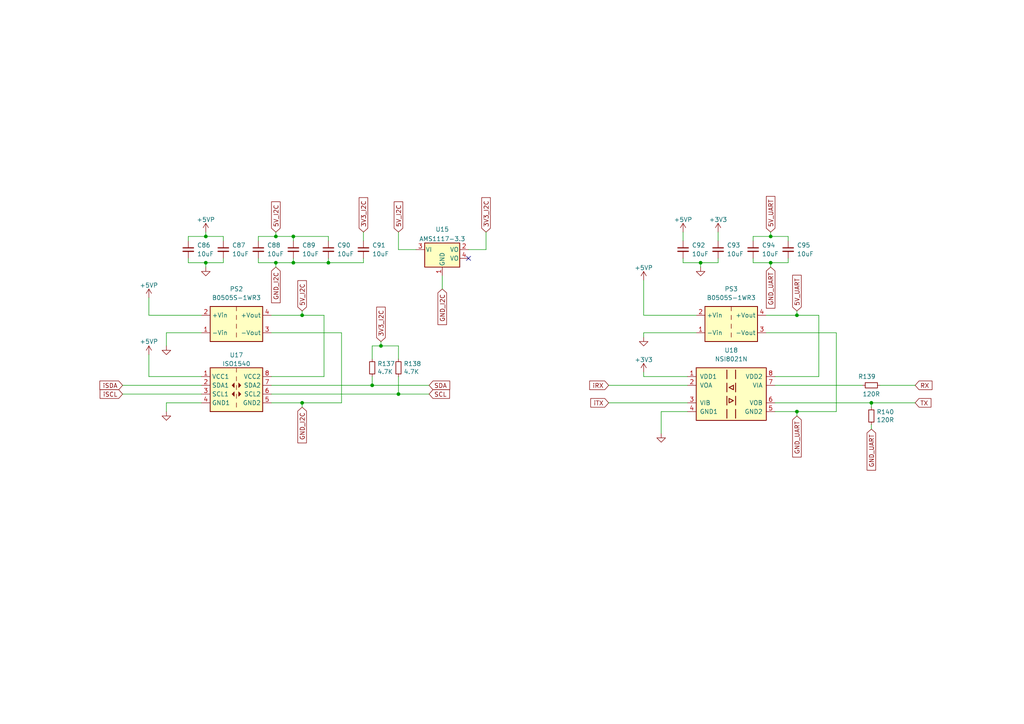
<source format=kicad_sch>
(kicad_sch (version 20211123) (generator eeschema)

  (uuid 72200db3-0111-4cf1-9b99-2c2926a64ecc)

  (paper "A4")

  (title_block
    (title "Greenhouse 2.0 IO Board")
    (date "2022-08-04")
    (rev "0.3.1")
    (company "Langhe Greenhaus")
    (comment 1 "Langhe Part Number: 240000")
  )

  (lib_symbols
    (symbol "Converter_DCDC:MEE1S0303SC" (in_bom yes) (on_board yes)
      (property "Reference" "PS" (id 0) (at -7.62 6.35 0)
        (effects (font (size 1.27 1.27)) (justify left))
      )
      (property "Value" "MEE1S0303SC" (id 1) (at 1.27 6.35 0)
        (effects (font (size 1.27 1.27)) (justify left))
      )
      (property "Footprint" "Converter_DCDC:Converter_DCDC_Murata_MEE1SxxxxSC_THT" (id 2) (at -26.67 -6.35 0)
        (effects (font (size 1.27 1.27)) (justify left) hide)
      )
      (property "Datasheet" "https://power.murata.com/pub/data/power/ncl/kdc_mee1.pdf" (id 3) (at 26.67 -7.62 0)
        (effects (font (size 1.27 1.27)) (justify left) hide)
      )
      (property "ki_keywords" "murata DC/DC isolated converter" (id 4) (at 0 0 0)
        (effects (font (size 1.27 1.27)) hide)
      )
      (property "ki_description" "1W, 1000 VDC isolated DC/DC converter, 3V3 input, 3V3 output, SIP" (id 5) (at 0 0 0)
        (effects (font (size 1.27 1.27)) hide)
      )
      (property "ki_fp_filters" "Converter*DCDC*Murata*MEE1SxxxxSC*THT*" (id 6) (at 0 0 0)
        (effects (font (size 1.27 1.27)) hide)
      )
      (symbol "MEE1S0303SC_0_0"
        (pin power_in line (at -10.16 -2.54 0) (length 2.54)
          (name "-Vin" (effects (font (size 1.27 1.27))))
          (number "1" (effects (font (size 1.27 1.27))))
        )
        (pin power_in line (at -10.16 2.54 0) (length 2.54)
          (name "+Vin" (effects (font (size 1.27 1.27))))
          (number "2" (effects (font (size 1.27 1.27))))
        )
        (pin power_out line (at 10.16 -2.54 180) (length 2.54)
          (name "-Vout" (effects (font (size 1.27 1.27))))
          (number "3" (effects (font (size 1.27 1.27))))
        )
        (pin power_out line (at 10.16 2.54 180) (length 2.54)
          (name "+Vout" (effects (font (size 1.27 1.27))))
          (number "4" (effects (font (size 1.27 1.27))))
        )
      )
      (symbol "MEE1S0303SC_0_1"
        (rectangle (start -7.62 5.08) (end 7.62 -5.08)
          (stroke (width 0.254) (type default) (color 0 0 0 0))
          (fill (type background))
        )
        (polyline
          (pts
            (xy 0 -2.54)
            (xy 0 -3.81)
          )
          (stroke (width 0) (type default) (color 0 0 0 0))
          (fill (type none))
        )
        (polyline
          (pts
            (xy 0 0)
            (xy 0 -1.27)
          )
          (stroke (width 0) (type default) (color 0 0 0 0))
          (fill (type none))
        )
        (polyline
          (pts
            (xy 0 2.54)
            (xy 0 1.27)
          )
          (stroke (width 0) (type default) (color 0 0 0 0))
          (fill (type none))
        )
        (polyline
          (pts
            (xy 0 5.08)
            (xy 0 3.81)
          )
          (stroke (width 0) (type default) (color 0 0 0 0))
          (fill (type none))
        )
      )
    )
    (symbol "Device:C_Small" (pin_numbers hide) (pin_names (offset 0.254) hide) (in_bom yes) (on_board yes)
      (property "Reference" "C" (id 0) (at 0.254 1.778 0)
        (effects (font (size 1.27 1.27)) (justify left))
      )
      (property "Value" "C_Small" (id 1) (at 0.254 -2.032 0)
        (effects (font (size 1.27 1.27)) (justify left))
      )
      (property "Footprint" "" (id 2) (at 0 0 0)
        (effects (font (size 1.27 1.27)) hide)
      )
      (property "Datasheet" "~" (id 3) (at 0 0 0)
        (effects (font (size 1.27 1.27)) hide)
      )
      (property "ki_keywords" "capacitor cap" (id 4) (at 0 0 0)
        (effects (font (size 1.27 1.27)) hide)
      )
      (property "ki_description" "Unpolarized capacitor, small symbol" (id 5) (at 0 0 0)
        (effects (font (size 1.27 1.27)) hide)
      )
      (property "ki_fp_filters" "C_*" (id 6) (at 0 0 0)
        (effects (font (size 1.27 1.27)) hide)
      )
      (symbol "C_Small_0_1"
        (polyline
          (pts
            (xy -1.524 -0.508)
            (xy 1.524 -0.508)
          )
          (stroke (width 0.3302) (type default) (color 0 0 0 0))
          (fill (type none))
        )
        (polyline
          (pts
            (xy -1.524 0.508)
            (xy 1.524 0.508)
          )
          (stroke (width 0.3048) (type default) (color 0 0 0 0))
          (fill (type none))
        )
      )
      (symbol "C_Small_1_1"
        (pin passive line (at 0 2.54 270) (length 2.032)
          (name "~" (effects (font (size 1.27 1.27))))
          (number "1" (effects (font (size 1.27 1.27))))
        )
        (pin passive line (at 0 -2.54 90) (length 2.032)
          (name "~" (effects (font (size 1.27 1.27))))
          (number "2" (effects (font (size 1.27 1.27))))
        )
      )
    )
    (symbol "Device:R_Small" (pin_numbers hide) (pin_names (offset 0.254) hide) (in_bom yes) (on_board yes)
      (property "Reference" "R" (id 0) (at 0.762 0.508 0)
        (effects (font (size 1.27 1.27)) (justify left))
      )
      (property "Value" "R_Small" (id 1) (at 0.762 -1.016 0)
        (effects (font (size 1.27 1.27)) (justify left))
      )
      (property "Footprint" "" (id 2) (at 0 0 0)
        (effects (font (size 1.27 1.27)) hide)
      )
      (property "Datasheet" "~" (id 3) (at 0 0 0)
        (effects (font (size 1.27 1.27)) hide)
      )
      (property "ki_keywords" "R resistor" (id 4) (at 0 0 0)
        (effects (font (size 1.27 1.27)) hide)
      )
      (property "ki_description" "Resistor, small symbol" (id 5) (at 0 0 0)
        (effects (font (size 1.27 1.27)) hide)
      )
      (property "ki_fp_filters" "R_*" (id 6) (at 0 0 0)
        (effects (font (size 1.27 1.27)) hide)
      )
      (symbol "R_Small_0_1"
        (rectangle (start -0.762 1.778) (end 0.762 -1.778)
          (stroke (width 0.2032) (type default) (color 0 0 0 0))
          (fill (type none))
        )
      )
      (symbol "R_Small_1_1"
        (pin passive line (at 0 2.54 270) (length 0.762)
          (name "~" (effects (font (size 1.27 1.27))))
          (number "1" (effects (font (size 1.27 1.27))))
        )
        (pin passive line (at 0 -2.54 90) (length 0.762)
          (name "~" (effects (font (size 1.27 1.27))))
          (number "2" (effects (font (size 1.27 1.27))))
        )
      )
    )
    (symbol "JLCPCB:AMS1117" (pin_names (offset 0.254)) (in_bom yes) (on_board yes)
      (property "Reference" "U" (id 0) (at -3.81 3.175 0)
        (effects (font (size 1.27 1.27)))
      )
      (property "Value" "AMS1117" (id 1) (at 0 3.175 0)
        (effects (font (size 1.27 1.27)) (justify left))
      )
      (property "Footprint" "JLCPCB:SOT-223-3" (id 2) (at 0 5.08 0)
        (effects (font (size 1.27 1.27)) hide)
      )
      (property "Datasheet" "http://www.diodes.com/datasheets/AP1117.pdf" (id 3) (at 2.54 -6.35 0)
        (effects (font (size 1.27 1.27)) hide)
      )
      (property "ki_keywords" "linear regulator ldo fixed positive obsolete" (id 4) (at 0 0 0)
        (effects (font (size 1.27 1.27)) hide)
      )
      (property "ki_description" "1A Low Dropout regulator, positive, 1.5V fixed output, SOT-223" (id 5) (at 0 0 0)
        (effects (font (size 1.27 1.27)) hide)
      )
      (property "ki_fp_filters" "SOT?223*TabPin2*" (id 6) (at 0 0 0)
        (effects (font (size 1.27 1.27)) hide)
      )
      (symbol "AMS1117_0_1"
        (rectangle (start -5.08 -5.08) (end 5.08 1.905)
          (stroke (width 0.254) (type default) (color 0 0 0 0))
          (fill (type background))
        )
      )
      (symbol "AMS1117_1_1"
        (pin power_in line (at 0 -7.62 90) (length 2.54)
          (name "GND" (effects (font (size 1.27 1.27))))
          (number "1" (effects (font (size 1.27 1.27))))
        )
        (pin power_out line (at 7.62 0 180) (length 2.54)
          (name "VO" (effects (font (size 1.27 1.27))))
          (number "2" (effects (font (size 1.27 1.27))))
        )
        (pin power_in line (at -7.62 0 0) (length 2.54)
          (name "VI" (effects (font (size 1.27 1.27))))
          (number "3" (effects (font (size 1.27 1.27))))
        )
        (pin power_out line (at 7.62 -2.54 180) (length 2.54)
          (name "VO" (effects (font (size 1.27 1.27))))
          (number "4" (effects (font (size 1.27 1.27))))
        )
      )
    )
    (symbol "JLCPCB:Novosense_NSI8021N1-DSPR" (pin_names (offset 1.016)) (in_bom yes) (on_board yes)
      (property "Reference" "U" (id 0) (at -10.16 8.89 0)
        (effects (font (size 1.27 1.27)) (justify left))
      )
      (property "Value" "Novosense_NSI8021N1-DSPR" (id 1) (at -2.032 8.89 0)
        (effects (font (size 1.27 1.27)) (justify left))
      )
      (property "Footprint" "JLCPCB:SOIC-8_5.4mm_1.27mm" (id 2) (at 0 -11.43 0)
        (effects (font (size 1.27 1.27) italic) hide)
      )
      (property "Datasheet" "https://datasheet.lcsc.com/lcsc/2012231310_NOVOSENSE-NSI8021N1-DSPR_C917451.pdf" (id 3) (at 0 -13.97 0)
        (effects (font (size 1.27 1.27)) hide)
      )
      (property "LCSC" "C917451" (id 4) (at 0 -16.51 0)
        (effects (font (size 1.27 1.27)) hide)
      )
      (property "MPN" "" (id 5) (at 0 0 0)
        (effects (font (size 1.27 1.27)) hide)
      )
      (property "JLC" "" (id 6) (at 0 0 0)
        (effects (font (size 1.27 1.27)) hide)
      )
      (property "ki_keywords" "Dual-channel digital isolator" (id 7) (at 0 0 0)
        (effects (font (size 1.27 1.27)) hide)
      )
      (property "ki_description" "Dual-channel digital isolator, bidirectional communication, 3V/5V level translation, SOIC-8" (id 8) (at 0 0 0)
        (effects (font (size 1.27 1.27)) hide)
      )
      (property "ki_fp_filters" "SOIC*3.9x4.9mm*P1.27mm*" (id 9) (at 0 0 0)
        (effects (font (size 1.27 1.27)) hide)
      )
      (symbol "Novosense_NSI8021N1-DSPR_0_1"
        (rectangle (start -10.16 7.62) (end 10.16 -7.62)
          (stroke (width 0.254) (type default) (color 0 0 0 0))
          (fill (type background))
        )
        (polyline
          (pts
            (xy -1.27 -4.445)
            (xy -1.27 -6.985)
          )
          (stroke (width 0.254) (type default) (color 0 0 0 0))
          (fill (type none))
        )
        (polyline
          (pts
            (xy -1.27 -0.635)
            (xy -1.27 -3.175)
          )
          (stroke (width 0.254) (type default) (color 0 0 0 0))
          (fill (type none))
        )
        (polyline
          (pts
            (xy -1.27 3.175)
            (xy -1.27 0.635)
          )
          (stroke (width 0.254) (type default) (color 0 0 0 0))
          (fill (type none))
        )
        (polyline
          (pts
            (xy -1.27 6.985)
            (xy -1.27 4.445)
          )
          (stroke (width 0.254) (type default) (color 0 0 0 0))
          (fill (type none))
        )
        (polyline
          (pts
            (xy 1.27 -4.445)
            (xy 1.27 -6.985)
          )
          (stroke (width 0.254) (type default) (color 0 0 0 0))
          (fill (type none))
        )
        (polyline
          (pts
            (xy 1.27 -0.635)
            (xy 1.27 -3.175)
          )
          (stroke (width 0.254) (type default) (color 0 0 0 0))
          (fill (type none))
        )
        (polyline
          (pts
            (xy 1.27 3.175)
            (xy 1.27 0.635)
          )
          (stroke (width 0.254) (type default) (color 0 0 0 0))
          (fill (type none))
        )
        (polyline
          (pts
            (xy 1.27 6.985)
            (xy 1.27 4.445)
          )
          (stroke (width 0.254) (type default) (color 0 0 0 0))
          (fill (type none))
        )
        (polyline
          (pts
            (xy -0.635 -1.27)
            (xy -0.635 -2.54)
            (xy 0.635 -1.905)
            (xy -0.635 -1.27)
          )
          (stroke (width 0.254) (type default) (color 0 0 0 0))
          (fill (type none))
        )
        (polyline
          (pts
            (xy 0.635 2.54)
            (xy 0.635 1.27)
            (xy -0.635 1.905)
            (xy 0.635 2.54)
          )
          (stroke (width 0.254) (type default) (color 0 0 0 0))
          (fill (type none))
        )
      )
      (symbol "Novosense_NSI8021N1-DSPR_1_1"
        (pin power_in line (at -12.7 5.08 0) (length 2.54)
          (name "VDD1" (effects (font (size 1.27 1.27))))
          (number "1" (effects (font (size 1.27 1.27))))
        )
        (pin output line (at -12.7 2.54 0) (length 2.54)
          (name "VOA" (effects (font (size 1.27 1.27))))
          (number "2" (effects (font (size 1.27 1.27))))
        )
        (pin input line (at -12.7 -2.54 0) (length 2.54)
          (name "VIB" (effects (font (size 1.27 1.27))))
          (number "3" (effects (font (size 1.27 1.27))))
        )
        (pin power_in line (at -12.7 -5.08 0) (length 2.54)
          (name "GND1" (effects (font (size 1.27 1.27))))
          (number "4" (effects (font (size 1.27 1.27))))
        )
        (pin power_in line (at 12.7 -5.08 180) (length 2.54)
          (name "GND2" (effects (font (size 1.27 1.27))))
          (number "5" (effects (font (size 1.27 1.27))))
        )
        (pin output line (at 12.7 -2.54 180) (length 2.54)
          (name "VOB" (effects (font (size 1.27 1.27))))
          (number "6" (effects (font (size 1.27 1.27))))
        )
        (pin input line (at 12.7 2.54 180) (length 2.54)
          (name "VIA" (effects (font (size 1.27 1.27))))
          (number "7" (effects (font (size 1.27 1.27))))
        )
        (pin power_in line (at 12.7 5.08 180) (length 2.54)
          (name "VDD2" (effects (font (size 1.27 1.27))))
          (number "8" (effects (font (size 1.27 1.27))))
        )
      )
    )
    (symbol "JLCPCB:Taxas_ISO1540DR" (in_bom yes) (on_board yes)
      (property "Reference" "U" (id 0) (at -6.35 6.35 0)
        (effects (font (size 1.27 1.27)))
      )
      (property "Value" "Taxas_ISO1540DR" (id 1) (at 3.81 6.35 0)
        (effects (font (size 1.27 1.27)))
      )
      (property "Footprint" "JLCPCB:SOIC-8_5.4mm_1.27mm" (id 2) (at 0 -8.89 0)
        (effects (font (size 1.27 1.27)) hide)
      )
      (property "Datasheet" "https://datasheet.lcsc.com/lcsc/1811082013_Texas-Instruments-ISO1540DR_C179739.pdf" (id 3) (at 0 -11.43 0)
        (effects (font (size 1.27 1.27)) hide)
      )
      (property "LCSC" "C179739" (id 4) (at 0 -13.97 0)
        (effects (font (size 1.27 1.27)) hide)
      )
      (property "MPN" "" (id 5) (at 0 0 0)
        (effects (font (size 1.27 1.27)) hide)
      )
      (property "JLC" "" (id 6) (at 0 0 0)
        (effects (font (size 1.27 1.27)) hide)
      )
      (property "ki_keywords" "digital isolator i2c" (id 7) (at 0 0 0)
        (effects (font (size 1.27 1.27)) hide)
      )
      (property "ki_description" "I2C Isolator, 2.5 kVrms, Bidirectional clock and data, SOIC-8" (id 8) (at 0 0 0)
        (effects (font (size 1.27 1.27)) hide)
      )
      (property "ki_fp_filters" "SOIC*3.9x4.9mm*P1.27mm*" (id 9) (at 0 0 0)
        (effects (font (size 1.27 1.27)) hide)
      )
      (symbol "Taxas_ISO1540DR_0_1"
        (rectangle (start -7.62 5.08) (end 7.62 -7.62)
          (stroke (width 0.254) (type default) (color 0 0 0 0))
          (fill (type background))
        )
        (rectangle (start 0 -5.08) (end 0 -6.35)
          (stroke (width 0) (type default) (color 0 0 0 0))
          (fill (type none))
        )
        (polyline
          (pts
            (xy 0 -2.54)
            (xy 0 -3.81)
          )
          (stroke (width 0) (type default) (color 0 0 0 0))
          (fill (type none))
        )
        (polyline
          (pts
            (xy 0 0)
            (xy 0 -1.27)
          )
          (stroke (width 0) (type default) (color 0 0 0 0))
          (fill (type none))
        )
        (polyline
          (pts
            (xy 0 2.54)
            (xy 0 1.27)
          )
          (stroke (width 0) (type default) (color 0 0 0 0))
          (fill (type none))
        )
        (polyline
          (pts
            (xy 0 5.08)
            (xy 0 3.81)
          )
          (stroke (width 0) (type default) (color 0 0 0 0))
          (fill (type none))
        )
        (polyline
          (pts
            (xy -0.635 0.635)
            (xy -1.27 0)
            (xy -0.635 -0.635)
            (xy -0.635 0.635)
          )
          (stroke (width 0) (type default) (color 0 0 0 0))
          (fill (type outline))
        )
        (polyline
          (pts
            (xy 0.635 -1.905)
            (xy 1.27 -2.54)
            (xy 0.635 -3.175)
            (xy 0.635 -1.905)
          )
          (stroke (width 0) (type default) (color 0 0 0 0))
          (fill (type outline))
        )
        (polyline
          (pts
            (xy 0.635 0.635)
            (xy 1.27 0)
            (xy 0.635 -0.635)
            (xy 0.635 0.635)
          )
          (stroke (width 0) (type default) (color 0 0 0 0))
          (fill (type outline))
        )
      )
      (symbol "Taxas_ISO1540DR_1_1"
        (polyline
          (pts
            (xy -0.635 -1.905)
            (xy -1.27 -2.54)
            (xy -0.635 -3.175)
            (xy -0.635 -1.905)
          )
          (stroke (width 0) (type default) (color 0 0 0 0))
          (fill (type outline))
        )
        (pin power_in line (at -10.16 2.54 0) (length 2.54)
          (name "VCC1" (effects (font (size 1.27 1.27))))
          (number "1" (effects (font (size 1.27 1.27))))
        )
        (pin bidirectional line (at -10.16 0 0) (length 2.54)
          (name "SDA1" (effects (font (size 1.27 1.27))))
          (number "2" (effects (font (size 1.27 1.27))))
        )
        (pin bidirectional line (at -10.16 -2.54 0) (length 2.54)
          (name "SCL1" (effects (font (size 1.27 1.27))))
          (number "3" (effects (font (size 1.27 1.27))))
        )
        (pin power_in line (at -10.16 -5.08 0) (length 2.54)
          (name "GND1" (effects (font (size 1.27 1.27))))
          (number "4" (effects (font (size 1.27 1.27))))
        )
        (pin power_in line (at 10.16 -5.08 180) (length 2.54)
          (name "GND2" (effects (font (size 1.27 1.27))))
          (number "5" (effects (font (size 1.27 1.27))))
        )
        (pin bidirectional line (at 10.16 -2.54 180) (length 2.54)
          (name "SCL2" (effects (font (size 1.27 1.27))))
          (number "6" (effects (font (size 1.27 1.27))))
        )
        (pin bidirectional line (at 10.16 0 180) (length 2.54)
          (name "SDA2" (effects (font (size 1.27 1.27))))
          (number "7" (effects (font (size 1.27 1.27))))
        )
        (pin power_in line (at 10.16 2.54 180) (length 2.54)
          (name "VCC2" (effects (font (size 1.27 1.27))))
          (number "8" (effects (font (size 1.27 1.27))))
        )
      )
    )
    (symbol "Power_BCR:SIGGND" (power) (pin_names (offset 0)) (in_bom yes) (on_board yes)
      (property "Reference" "#PWR" (id 0) (at 0 -6.35 0)
        (effects (font (size 1.27 1.27)) hide)
      )
      (property "Value" "SIGGND" (id 1) (at 0 -3.81 0)
        (effects (font (size 1.27 1.27)) hide)
      )
      (property "Footprint" "" (id 2) (at 0 0 0)
        (effects (font (size 1.27 1.27)) hide)
      )
      (property "Datasheet" "" (id 3) (at 0 0 0)
        (effects (font (size 1.27 1.27)) hide)
      )
      (property "ki_keywords" "power-flag" (id 4) (at 0 0 0)
        (effects (font (size 1.27 1.27)) hide)
      )
      (property "ki_description" "Power symbol creates a global label with name \"SIGGND\" , signal ground" (id 5) (at 0 0 0)
        (effects (font (size 1.27 1.27)) hide)
      )
      (symbol "SIGGND_0_1"
        (polyline
          (pts
            (xy 0 0)
            (xy 0 -1.27)
            (xy 1.27 -1.27)
            (xy 0 -2.54)
            (xy -1.27 -1.27)
            (xy 0 -1.27)
          )
          (stroke (width 0) (type default) (color 0 0 0 0))
          (fill (type none))
        )
      )
      (symbol "SIGGND_1_1"
        (pin power_in line (at 0 0 270) (length 0) hide
          (name "GND-SIG" (effects (font (size 1.27 1.27))))
          (number "1" (effects (font (size 1.27 1.27))))
        )
      )
    )
    (symbol "power:+3V3" (power) (pin_names (offset 0)) (in_bom yes) (on_board yes)
      (property "Reference" "#PWR" (id 0) (at 0 -3.81 0)
        (effects (font (size 1.27 1.27)) hide)
      )
      (property "Value" "+3V3" (id 1) (at 0 3.556 0)
        (effects (font (size 1.27 1.27)))
      )
      (property "Footprint" "" (id 2) (at 0 0 0)
        (effects (font (size 1.27 1.27)) hide)
      )
      (property "Datasheet" "" (id 3) (at 0 0 0)
        (effects (font (size 1.27 1.27)) hide)
      )
      (property "ki_keywords" "power-flag" (id 4) (at 0 0 0)
        (effects (font (size 1.27 1.27)) hide)
      )
      (property "ki_description" "Power symbol creates a global label with name \"+3V3\"" (id 5) (at 0 0 0)
        (effects (font (size 1.27 1.27)) hide)
      )
      (symbol "+3V3_0_1"
        (polyline
          (pts
            (xy -0.762 1.27)
            (xy 0 2.54)
          )
          (stroke (width 0) (type default) (color 0 0 0 0))
          (fill (type none))
        )
        (polyline
          (pts
            (xy 0 0)
            (xy 0 2.54)
          )
          (stroke (width 0) (type default) (color 0 0 0 0))
          (fill (type none))
        )
        (polyline
          (pts
            (xy 0 2.54)
            (xy 0.762 1.27)
          )
          (stroke (width 0) (type default) (color 0 0 0 0))
          (fill (type none))
        )
      )
      (symbol "+3V3_1_1"
        (pin power_in line (at 0 0 90) (length 0) hide
          (name "+3V3" (effects (font (size 1.27 1.27))))
          (number "1" (effects (font (size 1.27 1.27))))
        )
      )
    )
    (symbol "power:+5VP" (power) (pin_names (offset 0)) (in_bom yes) (on_board yes)
      (property "Reference" "#PWR" (id 0) (at 0 -3.81 0)
        (effects (font (size 1.27 1.27)) hide)
      )
      (property "Value" "+5VP" (id 1) (at 0 3.556 0)
        (effects (font (size 1.27 1.27)))
      )
      (property "Footprint" "" (id 2) (at 0 0 0)
        (effects (font (size 1.27 1.27)) hide)
      )
      (property "Datasheet" "" (id 3) (at 0 0 0)
        (effects (font (size 1.27 1.27)) hide)
      )
      (property "ki_keywords" "power-flag" (id 4) (at 0 0 0)
        (effects (font (size 1.27 1.27)) hide)
      )
      (property "ki_description" "Power symbol creates a global label with name \"+5VP\"" (id 5) (at 0 0 0)
        (effects (font (size 1.27 1.27)) hide)
      )
      (symbol "+5VP_0_1"
        (polyline
          (pts
            (xy -0.762 1.27)
            (xy 0 2.54)
          )
          (stroke (width 0) (type default) (color 0 0 0 0))
          (fill (type none))
        )
        (polyline
          (pts
            (xy 0 0)
            (xy 0 2.54)
          )
          (stroke (width 0) (type default) (color 0 0 0 0))
          (fill (type none))
        )
        (polyline
          (pts
            (xy 0 2.54)
            (xy 0.762 1.27)
          )
          (stroke (width 0) (type default) (color 0 0 0 0))
          (fill (type none))
        )
      )
      (symbol "+5VP_1_1"
        (pin power_in line (at 0 0 90) (length 0) hide
          (name "+5VP" (effects (font (size 1.27 1.27))))
          (number "1" (effects (font (size 1.27 1.27))))
        )
      )
    )
  )

  (junction (at 59.69 68.58) (diameter 0) (color 0 0 0 0)
    (uuid 0e8d082f-3022-471a-9588-282f593a9bee)
  )
  (junction (at 87.63 116.84) (diameter 0) (color 0 0 0 0)
    (uuid 1764f78d-564a-4ae3-b226-e8bfd3575ebb)
  )
  (junction (at 107.95 111.76) (diameter 0) (color 0 0 0 0)
    (uuid 19c350e0-f542-439e-98ac-19fd8271a83d)
  )
  (junction (at 223.52 76.2) (diameter 0) (color 0 0 0 0)
    (uuid 2054a002-080f-4525-84e0-52e9d7548cb1)
  )
  (junction (at 59.69 76.2) (diameter 0) (color 0 0 0 0)
    (uuid 3cfd700a-5df6-402f-bc72-8ad1da5d9453)
  )
  (junction (at 95.25 76.2) (diameter 0) (color 0 0 0 0)
    (uuid 472d8a56-85c2-4957-83bf-58459d8f22e6)
  )
  (junction (at 80.01 76.2) (diameter 0) (color 0 0 0 0)
    (uuid 4cb34a60-5691-4ba1-a9ff-9688a89688c7)
  )
  (junction (at 223.52 68.58) (diameter 0) (color 0 0 0 0)
    (uuid 4da43338-9233-407b-a604-2054e6b06f85)
  )
  (junction (at 80.01 68.58) (diameter 0) (color 0 0 0 0)
    (uuid 567bfbe4-23ca-4bc7-b771-c5b8e6cfcc49)
  )
  (junction (at 110.49 100.33) (diameter 0) (color 0 0 0 0)
    (uuid 58d01d94-2308-464b-887d-559dab3983c0)
  )
  (junction (at 203.2 76.2) (diameter 0) (color 0 0 0 0)
    (uuid 7aa89398-7a41-4053-80a5-9e13f7146273)
  )
  (junction (at 231.14 91.44) (diameter 0) (color 0 0 0 0)
    (uuid 864f8668-4001-40cc-9168-aeb796ee14ac)
  )
  (junction (at 252.73 116.84) (diameter 0) (color 0 0 0 0)
    (uuid 8d1638a9-65df-46b1-8e65-03128f01f561)
  )
  (junction (at 87.63 91.44) (diameter 0) (color 0 0 0 0)
    (uuid b0fa3b2a-e6ab-4d7b-9a8c-193dc8d69956)
  )
  (junction (at 85.09 76.2) (diameter 0) (color 0 0 0 0)
    (uuid bd8855f9-f2d5-4a42-a2b0-0c0876786a42)
  )
  (junction (at 115.57 114.3) (diameter 0) (color 0 0 0 0)
    (uuid e0955271-0168-48e2-8f28-c14e9897eeb2)
  )
  (junction (at 231.14 119.38) (diameter 0) (color 0 0 0 0)
    (uuid e1ac80f7-2537-4a29-966b-8eddd947c714)
  )
  (junction (at 85.09 68.58) (diameter 0) (color 0 0 0 0)
    (uuid faaa9c5c-05de-4c33-8136-f96ab9043488)
  )

  (no_connect (at 135.89 74.93) (uuid add553d9-5ea6-4a50-a090-380765a8807e))

  (wire (pts (xy 54.61 68.58) (xy 59.69 68.58))
    (stroke (width 0) (type default) (color 0 0 0 0))
    (uuid 02c11e62-def4-428c-aef2-abda6a3110e0)
  )
  (wire (pts (xy 85.09 68.58) (xy 95.25 68.58))
    (stroke (width 0) (type default) (color 0 0 0 0))
    (uuid 02f20b1c-3c62-495a-8bc5-5ab59160ccbf)
  )
  (wire (pts (xy 186.69 91.44) (xy 201.93 91.44))
    (stroke (width 0) (type default) (color 0 0 0 0))
    (uuid 03488eac-cfa1-4abf-b692-05cddbae27f0)
  )
  (wire (pts (xy 222.25 91.44) (xy 231.14 91.44))
    (stroke (width 0) (type default) (color 0 0 0 0))
    (uuid 04a3fbe0-8c5a-4d41-8b84-94997b94e973)
  )
  (wire (pts (xy 223.52 68.58) (xy 218.44 68.58))
    (stroke (width 0) (type default) (color 0 0 0 0))
    (uuid 0ca613de-240d-4033-9309-93d26b86cdc8)
  )
  (wire (pts (xy 223.52 76.2) (xy 228.6 76.2))
    (stroke (width 0) (type default) (color 0 0 0 0))
    (uuid 0f9eb354-0f54-4aa6-9845-e6ed13151646)
  )
  (wire (pts (xy 48.26 96.52) (xy 48.26 100.33))
    (stroke (width 0) (type default) (color 0 0 0 0))
    (uuid 13cdfcd0-f7ef-4678-bc77-e95cfc1f096f)
  )
  (wire (pts (xy 80.01 76.2) (xy 80.01 77.47))
    (stroke (width 0) (type default) (color 0 0 0 0))
    (uuid 14e83af1-d15e-421d-8594-1156c9718d42)
  )
  (wire (pts (xy 87.63 90.17) (xy 87.63 91.44))
    (stroke (width 0) (type default) (color 0 0 0 0))
    (uuid 1acfa435-07fb-458d-bfca-6140eb3e4331)
  )
  (wire (pts (xy 198.12 67.31) (xy 198.12 69.85))
    (stroke (width 0) (type default) (color 0 0 0 0))
    (uuid 1d8078b5-f0e2-45bb-920e-78b6d1bd48bd)
  )
  (wire (pts (xy 64.77 74.93) (xy 64.77 76.2))
    (stroke (width 0) (type default) (color 0 0 0 0))
    (uuid 1fa8c344-7ff3-43b5-8504-6a6232c5270c)
  )
  (wire (pts (xy 59.69 76.2) (xy 54.61 76.2))
    (stroke (width 0) (type default) (color 0 0 0 0))
    (uuid 20b2b45c-8e28-405c-8c19-d50f95c68cfb)
  )
  (wire (pts (xy 87.63 91.44) (xy 93.98 91.44))
    (stroke (width 0) (type default) (color 0 0 0 0))
    (uuid 21695a5c-4f37-4dd0-bd65-4fcec5618e8d)
  )
  (wire (pts (xy 199.39 119.38) (xy 191.77 119.38))
    (stroke (width 0) (type default) (color 0 0 0 0))
    (uuid 22c73014-1c0d-449e-890b-a15f7e65a028)
  )
  (wire (pts (xy 120.65 72.39) (xy 115.57 72.39))
    (stroke (width 0) (type default) (color 0 0 0 0))
    (uuid 263ee996-6616-4152-9794-562e1f68d0e4)
  )
  (wire (pts (xy 110.49 100.33) (xy 115.57 100.33))
    (stroke (width 0) (type default) (color 0 0 0 0))
    (uuid 26af813d-3f12-4ff3-8f16-efa5b8e778bb)
  )
  (wire (pts (xy 252.73 123.19) (xy 252.73 124.46))
    (stroke (width 0) (type default) (color 0 0 0 0))
    (uuid 28cd373d-2bb8-41f5-af7d-582b4806487c)
  )
  (wire (pts (xy 140.97 72.39) (xy 135.89 72.39))
    (stroke (width 0) (type default) (color 0 0 0 0))
    (uuid 294b5136-687e-42f6-8ee7-3bfe3ee0c330)
  )
  (wire (pts (xy 74.93 68.58) (xy 74.93 69.85))
    (stroke (width 0) (type default) (color 0 0 0 0))
    (uuid 29e858c4-857e-45d7-90d9-5711ceffef4c)
  )
  (wire (pts (xy 115.57 109.22) (xy 115.57 114.3))
    (stroke (width 0) (type default) (color 0 0 0 0))
    (uuid 2a6daaa9-ae11-4bac-9957-8151e449605b)
  )
  (wire (pts (xy 107.95 111.76) (xy 107.95 109.22))
    (stroke (width 0) (type default) (color 0 0 0 0))
    (uuid 2bf296f2-901a-4de8-8cb7-fdbd6c044c01)
  )
  (wire (pts (xy 87.63 116.84) (xy 87.63 118.11))
    (stroke (width 0) (type default) (color 0 0 0 0))
    (uuid 2c804411-5881-4034-ae50-e08fbf39cc68)
  )
  (wire (pts (xy 107.95 104.14) (xy 107.95 100.33))
    (stroke (width 0) (type default) (color 0 0 0 0))
    (uuid 2ef97254-5e05-424a-aa1e-dda76df9a91c)
  )
  (wire (pts (xy 85.09 69.85) (xy 85.09 68.58))
    (stroke (width 0) (type default) (color 0 0 0 0))
    (uuid 2f3a1d5f-99ab-4fb1-ab38-b7eb5ae42e31)
  )
  (wire (pts (xy 203.2 76.2) (xy 203.2 77.47))
    (stroke (width 0) (type default) (color 0 0 0 0))
    (uuid 3747a6b2-39b0-4f84-8b4b-5077f151a3e1)
  )
  (wire (pts (xy 74.93 76.2) (xy 80.01 76.2))
    (stroke (width 0) (type default) (color 0 0 0 0))
    (uuid 3ab9ecdc-af47-48d3-b253-333e911d6b5c)
  )
  (wire (pts (xy 93.98 91.44) (xy 93.98 109.22))
    (stroke (width 0) (type default) (color 0 0 0 0))
    (uuid 3e849e4d-202d-4ec9-a232-2894d5fe3ae6)
  )
  (wire (pts (xy 78.74 114.3) (xy 115.57 114.3))
    (stroke (width 0) (type default) (color 0 0 0 0))
    (uuid 420a96cd-3eae-4859-84fe-d0291ed661e2)
  )
  (wire (pts (xy 255.27 111.76) (xy 265.43 111.76))
    (stroke (width 0) (type default) (color 0 0 0 0))
    (uuid 42c085f1-c294-4195-987e-fcfb4e8c22e1)
  )
  (wire (pts (xy 43.18 91.44) (xy 58.42 91.44))
    (stroke (width 0) (type default) (color 0 0 0 0))
    (uuid 44b28e12-3527-4791-956a-4d7c5323531c)
  )
  (wire (pts (xy 224.79 116.84) (xy 252.73 116.84))
    (stroke (width 0) (type default) (color 0 0 0 0))
    (uuid 48199f58-039e-45e7-a120-b8f64f5b5ddf)
  )
  (wire (pts (xy 110.49 99.06) (xy 110.49 100.33))
    (stroke (width 0) (type default) (color 0 0 0 0))
    (uuid 4961a591-69d2-40c7-bc69-f2ecd7da37a1)
  )
  (wire (pts (xy 107.95 100.33) (xy 110.49 100.33))
    (stroke (width 0) (type default) (color 0 0 0 0))
    (uuid 59a95bd9-5422-4967-8007-9ddf796c8c5e)
  )
  (wire (pts (xy 105.41 74.93) (xy 105.41 76.2))
    (stroke (width 0) (type default) (color 0 0 0 0))
    (uuid 59c2d775-b8e9-4d79-b123-58448a05a8a7)
  )
  (wire (pts (xy 87.63 116.84) (xy 99.06 116.84))
    (stroke (width 0) (type default) (color 0 0 0 0))
    (uuid 5fe91ce6-d9e0-4c5d-b045-4f8698bf065f)
  )
  (wire (pts (xy 48.26 116.84) (xy 48.26 119.38))
    (stroke (width 0) (type default) (color 0 0 0 0))
    (uuid 632aca8f-63c7-4d22-873b-21c0e373cf95)
  )
  (wire (pts (xy 208.28 76.2) (xy 203.2 76.2))
    (stroke (width 0) (type default) (color 0 0 0 0))
    (uuid 6531b942-ee29-404a-84db-7a62721523d1)
  )
  (wire (pts (xy 59.69 67.31) (xy 59.69 68.58))
    (stroke (width 0) (type default) (color 0 0 0 0))
    (uuid 69a53adb-9494-4f54-ae49-8941f47e457d)
  )
  (wire (pts (xy 208.28 74.93) (xy 208.28 76.2))
    (stroke (width 0) (type default) (color 0 0 0 0))
    (uuid 7180ec19-c48e-4de7-a199-c8b1424c681c)
  )
  (wire (pts (xy 224.79 109.22) (xy 237.49 109.22))
    (stroke (width 0) (type default) (color 0 0 0 0))
    (uuid 71ffe303-3ed9-4765-864f-c7e8e76aa775)
  )
  (wire (pts (xy 140.97 67.31) (xy 140.97 72.39))
    (stroke (width 0) (type default) (color 0 0 0 0))
    (uuid 746195e8-cff6-4233-876b-0c10fbe44753)
  )
  (wire (pts (xy 64.77 68.58) (xy 64.77 69.85))
    (stroke (width 0) (type default) (color 0 0 0 0))
    (uuid 74b334f0-65d6-4c7d-9e2b-49a875de740f)
  )
  (wire (pts (xy 252.73 116.84) (xy 265.43 116.84))
    (stroke (width 0) (type default) (color 0 0 0 0))
    (uuid 76dbb734-db4a-4e51-91c1-3a776706924e)
  )
  (wire (pts (xy 48.26 116.84) (xy 58.42 116.84))
    (stroke (width 0) (type default) (color 0 0 0 0))
    (uuid 7c07310a-b5ea-400e-89b4-712c322e7ca8)
  )
  (wire (pts (xy 191.77 119.38) (xy 191.77 125.73))
    (stroke (width 0) (type default) (color 0 0 0 0))
    (uuid 7f08c72a-8800-400c-af97-1d530be085d3)
  )
  (wire (pts (xy 80.01 76.2) (xy 85.09 76.2))
    (stroke (width 0) (type default) (color 0 0 0 0))
    (uuid 80e8cede-290c-4dcb-bed0-e39889e6549d)
  )
  (wire (pts (xy 64.77 76.2) (xy 59.69 76.2))
    (stroke (width 0) (type default) (color 0 0 0 0))
    (uuid 822f64c4-f5c9-4ebb-9050-61c83df3b846)
  )
  (wire (pts (xy 95.25 76.2) (xy 95.25 74.93))
    (stroke (width 0) (type default) (color 0 0 0 0))
    (uuid 83e9ce5d-7a55-4feb-a774-aada2cf8c468)
  )
  (wire (pts (xy 80.01 68.58) (xy 74.93 68.58))
    (stroke (width 0) (type default) (color 0 0 0 0))
    (uuid 8f085680-5870-4603-b431-e3f7bd794595)
  )
  (wire (pts (xy 105.41 67.31) (xy 105.41 69.85))
    (stroke (width 0) (type default) (color 0 0 0 0))
    (uuid 91786363-3582-4d02-8f7b-5d408a771d99)
  )
  (wire (pts (xy 43.18 102.87) (xy 43.18 109.22))
    (stroke (width 0) (type default) (color 0 0 0 0))
    (uuid 92143e32-abf6-4c6d-b1ac-18a7c5240f4c)
  )
  (wire (pts (xy 208.28 67.31) (xy 208.28 69.85))
    (stroke (width 0) (type default) (color 0 0 0 0))
    (uuid 92c26d4e-f892-4a29-b6c1-b2fb684d7c81)
  )
  (wire (pts (xy 59.69 76.2) (xy 59.69 77.47))
    (stroke (width 0) (type default) (color 0 0 0 0))
    (uuid 97d1520b-7893-4613-81aa-ab1c912f7076)
  )
  (wire (pts (xy 85.09 68.58) (xy 80.01 68.58))
    (stroke (width 0) (type default) (color 0 0 0 0))
    (uuid 9d5123c9-bcec-4fea-b1a8-cdbbad2c6e73)
  )
  (wire (pts (xy 115.57 114.3) (xy 124.46 114.3))
    (stroke (width 0) (type default) (color 0 0 0 0))
    (uuid 9f7061ef-8331-476e-9237-5d9f45c8d344)
  )
  (wire (pts (xy 252.73 116.84) (xy 252.73 118.11))
    (stroke (width 0) (type default) (color 0 0 0 0))
    (uuid a0c74021-738b-476a-8e8b-2365ce526cd6)
  )
  (wire (pts (xy 59.69 68.58) (xy 64.77 68.58))
    (stroke (width 0) (type default) (color 0 0 0 0))
    (uuid a14ecad1-fa2a-4324-8655-b8cc661dcd8f)
  )
  (wire (pts (xy 58.42 109.22) (xy 43.18 109.22))
    (stroke (width 0) (type default) (color 0 0 0 0))
    (uuid a455177b-e502-42c9-b3e8-aa05488c437f)
  )
  (wire (pts (xy 237.49 91.44) (xy 237.49 109.22))
    (stroke (width 0) (type default) (color 0 0 0 0))
    (uuid a4ee098e-4af0-4a13-bf4e-b4b82b7dcd82)
  )
  (wire (pts (xy 186.69 107.95) (xy 186.69 109.22))
    (stroke (width 0) (type default) (color 0 0 0 0))
    (uuid a88c4cd2-0dc5-4c3c-8d94-04327554d295)
  )
  (wire (pts (xy 99.06 116.84) (xy 99.06 96.52))
    (stroke (width 0) (type default) (color 0 0 0 0))
    (uuid a8d2fd24-cfdd-4565-95a9-6142bc8c73de)
  )
  (wire (pts (xy 231.14 91.44) (xy 237.49 91.44))
    (stroke (width 0) (type default) (color 0 0 0 0))
    (uuid a981a215-33c1-450e-affc-1a61c7a56d12)
  )
  (wire (pts (xy 186.69 96.52) (xy 201.93 96.52))
    (stroke (width 0) (type default) (color 0 0 0 0))
    (uuid aa94bc46-0e89-4215-bb8d-be181cfe83ae)
  )
  (wire (pts (xy 176.53 116.84) (xy 199.39 116.84))
    (stroke (width 0) (type default) (color 0 0 0 0))
    (uuid b11d9828-8a5b-404b-997c-30bb2a40c848)
  )
  (wire (pts (xy 43.18 86.36) (xy 43.18 91.44))
    (stroke (width 0) (type default) (color 0 0 0 0))
    (uuid b17def37-70d0-4433-8253-4a61b7eecee8)
  )
  (wire (pts (xy 95.25 68.58) (xy 95.25 69.85))
    (stroke (width 0) (type default) (color 0 0 0 0))
    (uuid b1b81953-00b4-49e6-b0c0-e0c9344a2e91)
  )
  (wire (pts (xy 223.52 76.2) (xy 223.52 77.47))
    (stroke (width 0) (type default) (color 0 0 0 0))
    (uuid b48c46ab-c40d-4435-93f7-a16dab369483)
  )
  (wire (pts (xy 218.44 76.2) (xy 223.52 76.2))
    (stroke (width 0) (type default) (color 0 0 0 0))
    (uuid b8e14bdf-a86a-469d-a281-cb1392c9c54a)
  )
  (wire (pts (xy 176.53 111.76) (xy 199.39 111.76))
    (stroke (width 0) (type default) (color 0 0 0 0))
    (uuid b8f20e74-7df4-4f39-8064-f337db7364cc)
  )
  (wire (pts (xy 242.57 96.52) (xy 222.25 96.52))
    (stroke (width 0) (type default) (color 0 0 0 0))
    (uuid b90e70fd-9f34-4442-a4b6-c35cc64cf9d4)
  )
  (wire (pts (xy 223.52 67.31) (xy 223.52 68.58))
    (stroke (width 0) (type default) (color 0 0 0 0))
    (uuid bae3d8db-beb1-4141-ba54-d31923c45cb9)
  )
  (wire (pts (xy 231.14 90.17) (xy 231.14 91.44))
    (stroke (width 0) (type default) (color 0 0 0 0))
    (uuid bcd1e6fb-0cb0-4661-ac2f-872dcfcdb907)
  )
  (wire (pts (xy 78.74 109.22) (xy 93.98 109.22))
    (stroke (width 0) (type default) (color 0 0 0 0))
    (uuid c2c1ab8d-731c-45ee-8deb-9860690e912e)
  )
  (wire (pts (xy 115.57 100.33) (xy 115.57 104.14))
    (stroke (width 0) (type default) (color 0 0 0 0))
    (uuid c4bf22af-f10f-43af-aede-5d73099b4e8c)
  )
  (wire (pts (xy 99.06 96.52) (xy 78.74 96.52))
    (stroke (width 0) (type default) (color 0 0 0 0))
    (uuid c72eec80-5ec0-45c5-9d19-fddff805955a)
  )
  (wire (pts (xy 198.12 76.2) (xy 198.12 74.93))
    (stroke (width 0) (type default) (color 0 0 0 0))
    (uuid c8d17b3b-dd3b-44b8-bbdf-d1081005d217)
  )
  (wire (pts (xy 231.14 119.38) (xy 242.57 119.38))
    (stroke (width 0) (type default) (color 0 0 0 0))
    (uuid c915e04e-f7d5-4f3d-a781-0cc7dd4ff595)
  )
  (wire (pts (xy 107.95 111.76) (xy 124.46 111.76))
    (stroke (width 0) (type default) (color 0 0 0 0))
    (uuid cbb7da3c-0778-417e-9a12-7b674e6e21a1)
  )
  (wire (pts (xy 199.39 109.22) (xy 186.69 109.22))
    (stroke (width 0) (type default) (color 0 0 0 0))
    (uuid d0f8ee69-29c2-4acd-b931-d3fa189d3bb8)
  )
  (wire (pts (xy 78.74 91.44) (xy 87.63 91.44))
    (stroke (width 0) (type default) (color 0 0 0 0))
    (uuid d15977be-b5fd-4705-b9e7-c72f1f88533a)
  )
  (wire (pts (xy 115.57 72.39) (xy 115.57 67.31))
    (stroke (width 0) (type default) (color 0 0 0 0))
    (uuid d2c9111d-9a3e-4032-b8ab-ea46c4ad9e1f)
  )
  (wire (pts (xy 54.61 76.2) (xy 54.61 74.93))
    (stroke (width 0) (type default) (color 0 0 0 0))
    (uuid d45451b1-d716-475d-8319-7eda9690ed89)
  )
  (wire (pts (xy 74.93 74.93) (xy 74.93 76.2))
    (stroke (width 0) (type default) (color 0 0 0 0))
    (uuid d4a32662-ada0-4561-bce1-2f616dfaa64a)
  )
  (wire (pts (xy 228.6 76.2) (xy 228.6 74.93))
    (stroke (width 0) (type default) (color 0 0 0 0))
    (uuid d947f267-3e30-478f-94d6-222497c3d7f1)
  )
  (wire (pts (xy 224.79 119.38) (xy 231.14 119.38))
    (stroke (width 0) (type default) (color 0 0 0 0))
    (uuid d9fb39c3-7a36-461a-9936-6d841cb78672)
  )
  (wire (pts (xy 95.25 76.2) (xy 105.41 76.2))
    (stroke (width 0) (type default) (color 0 0 0 0))
    (uuid da94074d-9f28-47b1-8f2b-2a701617f501)
  )
  (wire (pts (xy 35.56 111.76) (xy 58.42 111.76))
    (stroke (width 0) (type default) (color 0 0 0 0))
    (uuid db1d84d4-f370-424e-adef-17108a9a720f)
  )
  (wire (pts (xy 203.2 76.2) (xy 198.12 76.2))
    (stroke (width 0) (type default) (color 0 0 0 0))
    (uuid de93881e-9f0f-4354-8495-43d1f72b1933)
  )
  (wire (pts (xy 231.14 119.38) (xy 231.14 120.65))
    (stroke (width 0) (type default) (color 0 0 0 0))
    (uuid df3d2af6-868f-4cd5-9a4a-4f511dedb286)
  )
  (wire (pts (xy 54.61 69.85) (xy 54.61 68.58))
    (stroke (width 0) (type default) (color 0 0 0 0))
    (uuid e060eb00-8523-4a60-a293-e693fc528810)
  )
  (wire (pts (xy 228.6 69.85) (xy 228.6 68.58))
    (stroke (width 0) (type default) (color 0 0 0 0))
    (uuid e08a6b5c-736a-452f-901e-da96cafc22d9)
  )
  (wire (pts (xy 80.01 67.31) (xy 80.01 68.58))
    (stroke (width 0) (type default) (color 0 0 0 0))
    (uuid e1bec422-177c-4afa-be84-a8c9881fd25e)
  )
  (wire (pts (xy 78.74 111.76) (xy 107.95 111.76))
    (stroke (width 0) (type default) (color 0 0 0 0))
    (uuid e54fd964-b82d-40d6-a4d6-64452ac40fc9)
  )
  (wire (pts (xy 228.6 68.58) (xy 223.52 68.58))
    (stroke (width 0) (type default) (color 0 0 0 0))
    (uuid e6a91208-b14c-4845-9afc-1189bfd7d7a5)
  )
  (wire (pts (xy 186.69 81.28) (xy 186.69 91.44))
    (stroke (width 0) (type default) (color 0 0 0 0))
    (uuid e8ae11cc-3390-469e-bcad-88ec61dba43f)
  )
  (wire (pts (xy 186.69 96.52) (xy 186.69 97.79))
    (stroke (width 0) (type default) (color 0 0 0 0))
    (uuid e94cc131-199f-47db-adc4-ce3fbff533b8)
  )
  (wire (pts (xy 218.44 74.93) (xy 218.44 76.2))
    (stroke (width 0) (type default) (color 0 0 0 0))
    (uuid e9e888fa-b32e-4079-9f88-e4a542794cc6)
  )
  (wire (pts (xy 128.27 80.01) (xy 128.27 83.82))
    (stroke (width 0) (type default) (color 0 0 0 0))
    (uuid eba4b3da-fae0-4999-b257-6455009ac37a)
  )
  (wire (pts (xy 35.56 114.3) (xy 58.42 114.3))
    (stroke (width 0) (type default) (color 0 0 0 0))
    (uuid ed560c78-093e-4550-a788-aa48382c0287)
  )
  (wire (pts (xy 242.57 119.38) (xy 242.57 96.52))
    (stroke (width 0) (type default) (color 0 0 0 0))
    (uuid ee5f361f-7179-43ef-8668-df0c14368ba8)
  )
  (wire (pts (xy 85.09 76.2) (xy 95.25 76.2))
    (stroke (width 0) (type default) (color 0 0 0 0))
    (uuid efdc2e3d-be85-4382-ba77-1e4eadb1b5bf)
  )
  (wire (pts (xy 58.42 96.52) (xy 48.26 96.52))
    (stroke (width 0) (type default) (color 0 0 0 0))
    (uuid f093fb0e-6613-47de-bc48-401cb7ed1095)
  )
  (wire (pts (xy 78.74 116.84) (xy 87.63 116.84))
    (stroke (width 0) (type default) (color 0 0 0 0))
    (uuid f31c5b8c-6e02-40a3-9553-819523d8b379)
  )
  (wire (pts (xy 224.79 111.76) (xy 250.19 111.76))
    (stroke (width 0) (type default) (color 0 0 0 0))
    (uuid f862b269-1b61-497f-aade-545dbfd0e788)
  )
  (wire (pts (xy 218.44 68.58) (xy 218.44 69.85))
    (stroke (width 0) (type default) (color 0 0 0 0))
    (uuid f8f0b467-aab0-4eb1-bac5-b01dd36d3cb9)
  )
  (wire (pts (xy 85.09 76.2) (xy 85.09 74.93))
    (stroke (width 0) (type default) (color 0 0 0 0))
    (uuid fbfa2a6c-0be8-486a-b10f-83bc37ac481a)
  )

  (global_label "iRX" (shape input) (at 176.53 111.76 180) (fields_autoplaced)
    (effects (font (size 1.27 1.27)) (justify right))
    (uuid 03820536-bfaa-47b5-8889-4d52ebb56044)
    (property "Intersheet References" "${INTERSHEET_REFS}" (id 0) (at 171.1215 111.6806 0)
      (effects (font (size 1.27 1.27)) (justify right) hide)
    )
  )
  (global_label "iSDA" (shape input) (at 35.56 111.76 180) (fields_autoplaced)
    (effects (font (size 1.27 1.27)) (justify right))
    (uuid 0e822ecd-82b9-4ea8-a6a1-6c4f4d17d697)
    (property "Intersheet References" "${INTERSHEET_REFS}" (id 0) (at 29.0629 111.6806 0)
      (effects (font (size 1.27 1.27)) (justify right) hide)
    )
  )
  (global_label "SCL" (shape input) (at 124.46 114.3 0) (fields_autoplaced)
    (effects (font (size 1.27 1.27)) (justify left))
    (uuid 2ceeff59-5126-47e5-99d3-143e9637c56e)
    (property "Intersheet References" "${INTERSHEET_REFS}" (id 0) (at 130.2918 114.2206 0)
      (effects (font (size 1.27 1.27)) (justify left) hide)
    )
  )
  (global_label "5V_I2C" (shape input) (at 115.57 67.31 90) (fields_autoplaced)
    (effects (font (size 1.27 1.27)) (justify left))
    (uuid 3bbe2148-cdde-4692-b815-284e8df2d377)
    (property "Intersheet References" "${INTERSHEET_REFS}" (id 0) (at 115.4906 58.6358 90)
      (effects (font (size 1.27 1.27)) (justify left) hide)
    )
  )
  (global_label "iSCL" (shape input) (at 35.56 114.3 180) (fields_autoplaced)
    (effects (font (size 1.27 1.27)) (justify right))
    (uuid 3ed4be53-394e-45ae-b00d-ba42081658d2)
    (property "Intersheet References" "${INTERSHEET_REFS}" (id 0) (at 29.1234 114.2206 0)
      (effects (font (size 1.27 1.27)) (justify right) hide)
    )
  )
  (global_label "GND_UART" (shape input) (at 223.52 77.47 270) (fields_autoplaced)
    (effects (font (size 1.27 1.27)) (justify right))
    (uuid 43c90cea-68fc-4dee-94ba-9d3c4d9e2ddd)
    (property "Intersheet References" "${INTERSHEET_REFS}" (id 0) (at 223.4406 89.289 90)
      (effects (font (size 1.27 1.27)) (justify right) hide)
    )
  )
  (global_label "3V3_I2C" (shape input) (at 105.41 67.31 90) (fields_autoplaced)
    (effects (font (size 1.27 1.27)) (justify left))
    (uuid 5856ea5d-6736-494b-9c54-f9435d5be89f)
    (property "Intersheet References" "${INTERSHEET_REFS}" (id 0) (at 105.3306 57.4263 90)
      (effects (font (size 1.27 1.27)) (justify left) hide)
    )
  )
  (global_label "TX" (shape input) (at 265.43 116.84 0) (fields_autoplaced)
    (effects (font (size 1.27 1.27)) (justify left))
    (uuid 67c67cc1-6194-487d-9923-156e3e926cc7)
    (property "Intersheet References" "${INTERSHEET_REFS}" (id 0) (at 269.9313 116.7606 0)
      (effects (font (size 1.27 1.27)) (justify left) hide)
    )
  )
  (global_label "iTX" (shape input) (at 176.53 116.84 180) (fields_autoplaced)
    (effects (font (size 1.27 1.27)) (justify right))
    (uuid 6aad0eb9-50fe-4e0e-ae51-ff712f563023)
    (property "Intersheet References" "${INTERSHEET_REFS}" (id 0) (at 171.4239 116.7606 0)
      (effects (font (size 1.27 1.27)) (justify right) hide)
    )
  )
  (global_label "GND_I2C" (shape input) (at 80.01 77.47 270) (fields_autoplaced)
    (effects (font (size 1.27 1.27)) (justify right))
    (uuid 79ab3dfc-d573-42d1-82ef-37cc3bfaa07b)
    (property "Intersheet References" "${INTERSHEET_REFS}" (id 0) (at 79.9306 87.7166 90)
      (effects (font (size 1.27 1.27)) (justify right) hide)
    )
  )
  (global_label "5V_UART" (shape input) (at 231.14 90.17 90) (fields_autoplaced)
    (effects (font (size 1.27 1.27)) (justify left))
    (uuid 7d17ab9d-8248-4e19-8cb7-a24fab325498)
    (property "Intersheet References" "${INTERSHEET_REFS}" (id 0) (at 231.0606 79.9234 90)
      (effects (font (size 1.27 1.27)) (justify left) hide)
    )
  )
  (global_label "GND_I2C" (shape input) (at 128.27 83.82 270) (fields_autoplaced)
    (effects (font (size 1.27 1.27)) (justify right))
    (uuid 9bcc7176-30fd-4208-8e98-546a5520e8ef)
    (property "Intersheet References" "${INTERSHEET_REFS}" (id 0) (at 128.1906 94.0666 90)
      (effects (font (size 1.27 1.27)) (justify right) hide)
    )
  )
  (global_label "RX" (shape input) (at 265.43 111.76 0) (fields_autoplaced)
    (effects (font (size 1.27 1.27)) (justify left))
    (uuid 9ce09490-43ca-4581-8719-4bb906d321e0)
    (property "Intersheet References" "${INTERSHEET_REFS}" (id 0) (at 270.2337 111.6806 0)
      (effects (font (size 1.27 1.27)) (justify left) hide)
    )
  )
  (global_label "GND_UART" (shape input) (at 252.73 124.46 270) (fields_autoplaced)
    (effects (font (size 1.27 1.27)) (justify right))
    (uuid a181b381-5ea3-4249-8d32-131e89ee1212)
    (property "Intersheet References" "${INTERSHEET_REFS}" (id 0) (at 252.6506 136.279 90)
      (effects (font (size 1.27 1.27)) (justify right) hide)
    )
  )
  (global_label "3V3_I2C" (shape input) (at 140.97 67.31 90) (fields_autoplaced)
    (effects (font (size 1.27 1.27)) (justify left))
    (uuid a5be919a-8866-4ff5-b38e-8258ec8d086d)
    (property "Intersheet References" "${INTERSHEET_REFS}" (id 0) (at 140.8906 57.4263 90)
      (effects (font (size 1.27 1.27)) (justify left) hide)
    )
  )
  (global_label "GND_I2C" (shape input) (at 87.63 118.11 270) (fields_autoplaced)
    (effects (font (size 1.27 1.27)) (justify right))
    (uuid a6776b33-993d-4dff-b54c-330845716c3f)
    (property "Intersheet References" "${INTERSHEET_REFS}" (id 0) (at 87.5506 128.3566 90)
      (effects (font (size 1.27 1.27)) (justify right) hide)
    )
  )
  (global_label "5V_I2C" (shape input) (at 80.01 67.31 90) (fields_autoplaced)
    (effects (font (size 1.27 1.27)) (justify left))
    (uuid abbe66f0-200a-4967-96ae-2044b81e8d74)
    (property "Intersheet References" "${INTERSHEET_REFS}" (id 0) (at 79.9306 58.6358 90)
      (effects (font (size 1.27 1.27)) (justify left) hide)
    )
  )
  (global_label "SDA" (shape input) (at 124.46 111.76 0) (fields_autoplaced)
    (effects (font (size 1.27 1.27)) (justify left))
    (uuid b3fe228f-6faf-4048-b6b1-60d4d14ef9e2)
    (property "Intersheet References" "${INTERSHEET_REFS}" (id 0) (at 130.3523 111.6806 0)
      (effects (font (size 1.27 1.27)) (justify left) hide)
    )
  )
  (global_label "5V_UART" (shape input) (at 223.52 67.31 90) (fields_autoplaced)
    (effects (font (size 1.27 1.27)) (justify left))
    (uuid c88ff0e5-788a-4d3f-8a93-282f1262a25a)
    (property "Intersheet References" "${INTERSHEET_REFS}" (id 0) (at 223.4406 57.0634 90)
      (effects (font (size 1.27 1.27)) (justify left) hide)
    )
  )
  (global_label "5V_I2C" (shape input) (at 87.63 90.17 90) (fields_autoplaced)
    (effects (font (size 1.27 1.27)) (justify left))
    (uuid d2a44298-bb36-4fdc-8d90-6182be56d8f4)
    (property "Intersheet References" "${INTERSHEET_REFS}" (id 0) (at 87.5506 81.4958 90)
      (effects (font (size 1.27 1.27)) (justify left) hide)
    )
  )
  (global_label "GND_UART" (shape input) (at 231.14 120.65 270) (fields_autoplaced)
    (effects (font (size 1.27 1.27)) (justify right))
    (uuid edca9d47-0d1f-4aed-a3bf-6c0a6c5762bb)
    (property "Intersheet References" "${INTERSHEET_REFS}" (id 0) (at 231.0606 132.469 90)
      (effects (font (size 1.27 1.27)) (justify right) hide)
    )
  )
  (global_label "3V3_I2C" (shape input) (at 110.49 99.06 90) (fields_autoplaced)
    (effects (font (size 1.27 1.27)) (justify left))
    (uuid f79bf461-5c29-465c-bd99-93883bd0d647)
    (property "Intersheet References" "${INTERSHEET_REFS}" (id 0) (at 110.4106 89.1763 90)
      (effects (font (size 1.27 1.27)) (justify left) hide)
    )
  )

  (symbol (lib_id "Device:R_Small") (at 252.73 120.65 0) (unit 1)
    (in_bom yes) (on_board yes)
    (uuid 04384614-f949-4d4b-9338-57b13124fe10)
    (property "Reference" "R140" (id 0) (at 254.2286 119.4816 0)
      (effects (font (size 1.27 1.27)) (justify left))
    )
    (property "Value" "120R" (id 1) (at 254.2286 121.793 0)
      (effects (font (size 1.27 1.27)) (justify left))
    )
    (property "Footprint" "Resistor_SMD:R_0805_2012Metric" (id 2) (at 252.73 120.65 0)
      (effects (font (size 1.27 1.27)) hide)
    )
    (property "Datasheet" "https://datasheet.lcsc.com/lcsc/2110251730_UNI-ROYAL-Uniroyal-Elec-0805W8F1200T5E_C17437.pdf" (id 3) (at 252.73 120.65 0)
      (effects (font (size 1.27 1.27)) hide)
    )
    (property "LCSC" "C17437" (id 4) (at 252.73 120.65 0)
      (effects (font (size 1.27 1.27)) hide)
    )
    (pin "1" (uuid 479a72a1-36d5-4f72-9691-bf2f9f9a9c96))
    (pin "2" (uuid e6443e8e-edf7-4abb-8ae4-2740917dc3db))
  )

  (symbol (lib_id "JLCPCB:Taxas_ISO1540DR") (at 68.58 111.76 0) (unit 1)
    (in_bom yes) (on_board yes) (fields_autoplaced)
    (uuid 08dc728a-9eeb-49eb-903d-aeddb7e10dd9)
    (property "Reference" "U17" (id 0) (at 68.58 102.9802 0))
    (property "Value" "ISO1540" (id 1) (at 68.58 105.5171 0))
    (property "Footprint" "JLCPCB:SOIC-8_5.4mm_1.27mm" (id 2) (at 68.58 120.65 0)
      (effects (font (size 1.27 1.27)) hide)
    )
    (property "Datasheet" "https://datasheet.lcsc.com/lcsc/1811082013_Texas-Instruments-ISO1540DR_C179739.pdf" (id 3) (at 68.58 123.19 0)
      (effects (font (size 1.27 1.27)) hide)
    )
    (property "LCSC" "C179739" (id 4) (at 68.58 125.73 0)
      (effects (font (size 1.27 1.27)) hide)
    )
    (property "Manufacturer" "Texas Instruments" (id 5) (at 68.58 111.76 0)
      (effects (font (size 1.27 1.27)) hide)
    )
    (property "Part Number" "ISO1540DR" (id 6) (at 68.58 111.76 0)
      (effects (font (size 1.27 1.27)) hide)
    )
    (property "MPN" "" (id 7) (at 68.58 111.76 0)
      (effects (font (size 1.27 1.27)) hide)
    )
    (property "JLC" "" (id 8) (at 68.58 111.76 0)
      (effects (font (size 1.27 1.27)) hide)
    )
    (pin "1" (uuid 3916f630-d639-4901-8564-0501d2e7e486))
    (pin "2" (uuid 1ac683d5-7c35-43bb-b410-2a542d187518))
    (pin "3" (uuid 073e140e-78f5-4d7d-86fa-0c412985e474))
    (pin "4" (uuid d4a4880b-30c2-492c-84be-6418e304fe9a))
    (pin "5" (uuid 6d8e0673-7c8d-4046-aa74-7970f05928be))
    (pin "6" (uuid ec792c25-7f29-45e0-a288-90cb1f7d1981))
    (pin "7" (uuid 27b9a84d-0548-4c7a-a8a5-0a402569e021))
    (pin "8" (uuid 394d2f04-f0bb-4e8b-8e2e-8a228b9197ed))
  )

  (symbol (lib_id "power:+5VP") (at 186.69 81.28 0) (unit 1)
    (in_bom yes) (on_board yes) (fields_autoplaced)
    (uuid 0b643ef2-0728-44a9-81c0-bd7809599050)
    (property "Reference" "#PWR0174" (id 0) (at 186.69 85.09 0)
      (effects (font (size 1.27 1.27)) hide)
    )
    (property "Value" "+5VP" (id 1) (at 186.69 77.6755 0))
    (property "Footprint" "" (id 2) (at 186.69 81.28 0)
      (effects (font (size 1.27 1.27)) hide)
    )
    (property "Datasheet" "" (id 3) (at 186.69 81.28 0)
      (effects (font (size 1.27 1.27)) hide)
    )
    (pin "1" (uuid dbd0bf1d-d3f0-4e37-a638-418a0449fe20))
  )

  (symbol (lib_id "power:+5VP") (at 43.18 102.87 0) (unit 1)
    (in_bom yes) (on_board yes)
    (uuid 0b937cba-d9c3-4cc0-b403-a5ac8e116d30)
    (property "Reference" "#PWR031" (id 0) (at 43.18 106.68 0)
      (effects (font (size 1.27 1.27)) hide)
    )
    (property "Value" "+5VP" (id 1) (at 43.18 99.06 0))
    (property "Footprint" "" (id 2) (at 43.18 102.87 0)
      (effects (font (size 1.27 1.27)) hide)
    )
    (property "Datasheet" "" (id 3) (at 43.18 102.87 0)
      (effects (font (size 1.27 1.27)) hide)
    )
    (pin "1" (uuid 8abed457-f77e-4d2c-976e-c4c97b9760f4))
  )

  (symbol (lib_id "power:+5VP") (at 59.69 67.31 0) (unit 1)
    (in_bom yes) (on_board yes) (fields_autoplaced)
    (uuid 1009d2d5-cbbd-493c-b013-d09b277467d1)
    (property "Reference" "#PWR0168" (id 0) (at 59.69 71.12 0)
      (effects (font (size 1.27 1.27)) hide)
    )
    (property "Value" "+5VP" (id 1) (at 59.69 63.7055 0))
    (property "Footprint" "" (id 2) (at 59.69 67.31 0)
      (effects (font (size 1.27 1.27)) hide)
    )
    (property "Datasheet" "" (id 3) (at 59.69 67.31 0)
      (effects (font (size 1.27 1.27)) hide)
    )
    (pin "1" (uuid 83ff0938-4700-4af5-8ff6-6c8035110126))
  )

  (symbol (lib_id "Converter_DCDC:MEE1S0303SC") (at 68.58 93.98 0) (unit 1)
    (in_bom yes) (on_board yes) (fields_autoplaced)
    (uuid 23a565f8-c512-42e3-b944-2b21cc7ef5bf)
    (property "Reference" "PS2" (id 0) (at 68.58 83.82 0))
    (property "Value" "B0505S-1WR3" (id 1) (at 68.58 86.36 0))
    (property "Footprint" "Converter_DCDC:Converter_DCDC_Murata_MEE1SxxxxSC_THT" (id 2) (at 41.91 100.33 0)
      (effects (font (size 1.27 1.27)) (justify left) hide)
    )
    (property "Datasheet" "https://datasheet.lcsc.com/lcsc/1811151639_MORNSUN-Guangzhou-S--T-B0505S-1WR3_C131038.pdf" (id 3) (at 95.25 101.6 0)
      (effects (font (size 1.27 1.27)) (justify left) hide)
    )
    (property "LCSC" "C131038" (id 4) (at 68.58 93.98 0)
      (effects (font (size 1.27 1.27)) hide)
    )
    (property "Manufacturer" "Mornsun" (id 5) (at 68.58 93.98 0)
      (effects (font (size 1.27 1.27)) hide)
    )
    (property "Part Number" "B0505S-1WR3" (id 6) (at 68.58 93.98 0)
      (effects (font (size 1.27 1.27)) hide)
    )
    (pin "1" (uuid 421f3112-b7c7-4f4b-9121-a3cf0cf0597e))
    (pin "2" (uuid 72616612-d502-4e5c-8d3c-0e1b715fac0b))
    (pin "3" (uuid 77435bfb-f684-4a28-b3ff-81961a6fba7b))
    (pin "4" (uuid 1ccc5f53-065b-44e2-aaf9-75fe664f1207))
  )

  (symbol (lib_id "Device:C_Small") (at 218.44 72.39 0) (unit 1)
    (in_bom yes) (on_board yes) (fields_autoplaced)
    (uuid 26ddfcab-8cd3-4355-ac5d-ae33955e38ee)
    (property "Reference" "C94" (id 0) (at 220.98 71.1262 0)
      (effects (font (size 1.27 1.27)) (justify left))
    )
    (property "Value" "10uF" (id 1) (at 220.98 73.6662 0)
      (effects (font (size 1.27 1.27)) (justify left))
    )
    (property "Footprint" "Capacitor_SMD:C_0805_2012Metric" (id 2) (at 218.44 72.39 0)
      (effects (font (size 1.27 1.27)) hide)
    )
    (property "Datasheet" "https://datasheet.lcsc.com/lcsc/2004251506_Murata-Electronics-GRM21BR61H106KE43L_C440198.pdf" (id 3) (at 218.44 72.39 0)
      (effects (font (size 1.27 1.27)) hide)
    )
    (property "LCSC" "C440198" (id 4) (at 218.44 72.39 0)
      (effects (font (size 1.27 1.27)) hide)
    )
    (pin "1" (uuid 3a8472d1-89c7-4b09-af59-b326059eb02a))
    (pin "2" (uuid 46a9586f-fcaf-4d52-991f-3782af57a34d))
  )

  (symbol (lib_id "Power_BCR:SIGGND") (at 59.69 77.47 0) (unit 1)
    (in_bom yes) (on_board yes) (fields_autoplaced)
    (uuid 2956c74f-ef00-45fb-924c-60089aa29426)
    (property "Reference" "#PWR0137" (id 0) (at 59.69 83.82 0)
      (effects (font (size 1.27 1.27)) hide)
    )
    (property "Value" "SIGGND" (id 1) (at 59.69 81.28 0)
      (effects (font (size 1.27 1.27)) hide)
    )
    (property "Footprint" "" (id 2) (at 59.69 77.47 0)
      (effects (font (size 1.27 1.27)) hide)
    )
    (property "Datasheet" "" (id 3) (at 59.69 77.47 0)
      (effects (font (size 1.27 1.27)) hide)
    )
    (pin "1" (uuid e29eb7bb-9ead-437a-906d-7fbde2f6842c))
  )

  (symbol (lib_id "Device:C_Small") (at 105.41 72.39 0) (unit 1)
    (in_bom yes) (on_board yes) (fields_autoplaced)
    (uuid 3b3bd585-93a3-4d77-91ea-6b557b40cec4)
    (property "Reference" "C91" (id 0) (at 107.95 71.1262 0)
      (effects (font (size 1.27 1.27)) (justify left))
    )
    (property "Value" "10uF" (id 1) (at 107.95 73.6662 0)
      (effects (font (size 1.27 1.27)) (justify left))
    )
    (property "Footprint" "Capacitor_SMD:C_0805_2012Metric" (id 2) (at 105.41 72.39 0)
      (effects (font (size 1.27 1.27)) hide)
    )
    (property "Datasheet" "https://datasheet.lcsc.com/lcsc/2004251506_Murata-Electronics-GRM21BR61H106KE43L_C440198.pdf" (id 3) (at 105.41 72.39 0)
      (effects (font (size 1.27 1.27)) hide)
    )
    (property "LCSC" "C440198" (id 4) (at 105.41 72.39 0)
      (effects (font (size 1.27 1.27)) hide)
    )
    (pin "1" (uuid b460f549-3eb2-41be-9e1c-20e04b9f3f2a))
    (pin "2" (uuid 790193d7-b496-4009-bc19-0803d839aedc))
  )

  (symbol (lib_id "Power_BCR:SIGGND") (at 191.77 125.73 0) (unit 1)
    (in_bom yes) (on_board yes) (fields_autoplaced)
    (uuid 458bcd31-585a-4c16-b0cf-1e5cf07d761e)
    (property "Reference" "#PWR0135" (id 0) (at 191.77 132.08 0)
      (effects (font (size 1.27 1.27)) hide)
    )
    (property "Value" "SIGGND" (id 1) (at 191.77 129.54 0)
      (effects (font (size 1.27 1.27)) hide)
    )
    (property "Footprint" "" (id 2) (at 191.77 125.73 0)
      (effects (font (size 1.27 1.27)) hide)
    )
    (property "Datasheet" "" (id 3) (at 191.77 125.73 0)
      (effects (font (size 1.27 1.27)) hide)
    )
    (pin "1" (uuid 4949138a-aaad-403e-8313-adaa3580bb00))
  )

  (symbol (lib_id "Converter_DCDC:MEE1S0303SC") (at 212.09 93.98 0) (unit 1)
    (in_bom yes) (on_board yes) (fields_autoplaced)
    (uuid 4ee2547b-dbde-47a5-8440-4c88fcdc74bf)
    (property "Reference" "PS3" (id 0) (at 212.09 83.82 0))
    (property "Value" "B0505S-1WR3" (id 1) (at 212.09 86.36 0))
    (property "Footprint" "Converter_DCDC:Converter_DCDC_Murata_MEE1SxxxxSC_THT" (id 2) (at 185.42 100.33 0)
      (effects (font (size 1.27 1.27)) (justify left) hide)
    )
    (property "Datasheet" "https://datasheet.lcsc.com/lcsc/1811151639_MORNSUN-Guangzhou-S--T-B0505S-1WR3_C131038.pdf" (id 3) (at 238.76 101.6 0)
      (effects (font (size 1.27 1.27)) (justify left) hide)
    )
    (property "LCSC" "C131038" (id 4) (at 212.09 93.98 0)
      (effects (font (size 1.27 1.27)) hide)
    )
    (property "Manufacturer" "Mornsun" (id 5) (at 212.09 93.98 0)
      (effects (font (size 1.27 1.27)) hide)
    )
    (property "Part Number" "B0505S-1WR3" (id 6) (at 212.09 93.98 0)
      (effects (font (size 1.27 1.27)) hide)
    )
    (pin "1" (uuid ad5dd8ce-da87-4718-96ff-d9c3a5e1449d))
    (pin "2" (uuid f78fdc43-3810-4442-974c-816b23028768))
    (pin "3" (uuid 23f0d7a1-2877-409b-8327-307d28b7bf57))
    (pin "4" (uuid 08404bdc-179e-4106-81c3-e0042af7f5f6))
  )

  (symbol (lib_id "Power_BCR:SIGGND") (at 48.26 100.33 0) (unit 1)
    (in_bom yes) (on_board yes) (fields_autoplaced)
    (uuid 5012c47a-92e5-494c-84bc-fbce1b4ae514)
    (property "Reference" "#PWR0136" (id 0) (at 48.26 106.68 0)
      (effects (font (size 1.27 1.27)) hide)
    )
    (property "Value" "SIGGND" (id 1) (at 48.26 104.14 0)
      (effects (font (size 1.27 1.27)) hide)
    )
    (property "Footprint" "" (id 2) (at 48.26 100.33 0)
      (effects (font (size 1.27 1.27)) hide)
    )
    (property "Datasheet" "" (id 3) (at 48.26 100.33 0)
      (effects (font (size 1.27 1.27)) hide)
    )
    (pin "1" (uuid d9d735f7-f190-47c7-95d1-611c685e2551))
  )

  (symbol (lib_id "Power_BCR:SIGGND") (at 48.26 119.38 0) (unit 1)
    (in_bom yes) (on_board yes) (fields_autoplaced)
    (uuid 5de4db1e-8a6b-45ed-84d9-78ed7cd472bb)
    (property "Reference" "#PWR0138" (id 0) (at 48.26 125.73 0)
      (effects (font (size 1.27 1.27)) hide)
    )
    (property "Value" "SIGGND" (id 1) (at 48.26 123.19 0)
      (effects (font (size 1.27 1.27)) hide)
    )
    (property "Footprint" "" (id 2) (at 48.26 119.38 0)
      (effects (font (size 1.27 1.27)) hide)
    )
    (property "Datasheet" "" (id 3) (at 48.26 119.38 0)
      (effects (font (size 1.27 1.27)) hide)
    )
    (pin "1" (uuid bac89420-c7c4-4cb1-8964-aff43656e145))
  )

  (symbol (lib_id "JLCPCB:Novosense_NSI8021N1-DSPR") (at 212.09 114.3 0) (unit 1)
    (in_bom yes) (on_board yes) (fields_autoplaced)
    (uuid 6a109e1c-541d-4235-93f6-8f00c3175c72)
    (property "Reference" "U18" (id 0) (at 212.09 101.6 0))
    (property "Value" "NSI8021N" (id 1) (at 212.09 104.14 0))
    (property "Footprint" "JLCPCB:SOIC-8_5.4mm_1.27mm" (id 2) (at 212.09 125.73 0)
      (effects (font (size 1.27 1.27) italic) hide)
    )
    (property "Datasheet" "https://datasheet.lcsc.com/lcsc/2012231310_NOVOSENSE-NSI8021N1-DSPR_C917451.pdf" (id 3) (at 212.09 128.27 0)
      (effects (font (size 1.27 1.27)) hide)
    )
    (property "LCSC" "C917451" (id 4) (at 212.09 130.81 0)
      (effects (font (size 1.27 1.27)) hide)
    )
    (property "Manufacturer" "Novosense" (id 5) (at 212.09 114.3 0)
      (effects (font (size 1.27 1.27)) hide)
    )
    (property "Part Number" "NSI8021N-DSPR" (id 6) (at 212.09 114.3 0)
      (effects (font (size 1.27 1.27)) hide)
    )
    (property "MPN" "" (id 7) (at 212.09 114.3 0)
      (effects (font (size 1.27 1.27)) hide)
    )
    (property "JLC" "" (id 8) (at 212.09 114.3 0)
      (effects (font (size 1.27 1.27)) hide)
    )
    (pin "1" (uuid 278ede15-8f21-4087-95c8-add542080871))
    (pin "2" (uuid c6990c39-5a31-476e-8d8d-0434ef32df73))
    (pin "3" (uuid 2d082caa-6b84-4b31-a115-20b2a61ac406))
    (pin "4" (uuid 076a4c50-0179-4dd1-89f7-1c08d09c1309))
    (pin "5" (uuid 8d664861-bc31-4220-b79e-92313618e431))
    (pin "6" (uuid 949f874a-1904-4e7c-b95c-17cc08993d8f))
    (pin "7" (uuid 630f318f-afc8-4451-a6fc-5845445f8a40))
    (pin "8" (uuid 6daa028e-c8c1-446f-9301-5da027ab6d02))
  )

  (symbol (lib_id "JLCPCB:AMS1117") (at 128.27 72.39 0) (unit 1)
    (in_bom yes) (on_board yes) (fields_autoplaced)
    (uuid 6e05e766-0d4f-4396-82b4-9432f43bfe3e)
    (property "Reference" "U15" (id 0) (at 128.27 66.5185 0))
    (property "Value" "AMS1117-3.3" (id 1) (at 128.27 69.2936 0))
    (property "Footprint" "JLCPCB:SOT-223-3" (id 2) (at 128.27 67.31 0)
      (effects (font (size 1.27 1.27)) hide)
    )
    (property "Datasheet" "http://www.diodes.com/datasheets/AP1117.pdf" (id 3) (at 130.81 78.74 0)
      (effects (font (size 1.27 1.27)) hide)
    )
    (property "LCSC" "C6186" (id 4) (at 128.27 72.39 0)
      (effects (font (size 1.27 1.27)) hide)
    )
    (property "Manufacturer" "Advanced" (id 5) (at 128.27 72.39 0)
      (effects (font (size 1.27 1.27)) hide)
    )
    (property "Part Number" "AMS1117-3.3" (id 6) (at 128.27 72.39 0)
      (effects (font (size 1.27 1.27)) hide)
    )
    (pin "1" (uuid 3d56d216-952c-40af-a4dd-b6e170d86f60))
    (pin "2" (uuid 376d500f-3245-4bef-bee2-3f9861ed8834))
    (pin "3" (uuid 481f46d9-2fef-478d-b749-cf2a961b266b))
    (pin "4" (uuid 3de8152b-671d-4731-a6cc-f7a59964b0c1))
  )

  (symbol (lib_id "Device:C_Small") (at 228.6 72.39 0) (unit 1)
    (in_bom yes) (on_board yes) (fields_autoplaced)
    (uuid 6f46f270-23d4-46a3-9b74-e698916950f7)
    (property "Reference" "C95" (id 0) (at 231.14 71.1262 0)
      (effects (font (size 1.27 1.27)) (justify left))
    )
    (property "Value" "10uF" (id 1) (at 231.14 73.6662 0)
      (effects (font (size 1.27 1.27)) (justify left))
    )
    (property "Footprint" "Capacitor_SMD:C_0805_2012Metric" (id 2) (at 228.6 72.39 0)
      (effects (font (size 1.27 1.27)) hide)
    )
    (property "Datasheet" "https://datasheet.lcsc.com/lcsc/2004251506_Murata-Electronics-GRM21BR61H106KE43L_C440198.pdf" (id 3) (at 228.6 72.39 0)
      (effects (font (size 1.27 1.27)) hide)
    )
    (property "LCSC" "C440198" (id 4) (at 228.6 72.39 0)
      (effects (font (size 1.27 1.27)) hide)
    )
    (pin "1" (uuid 9bce33e5-8255-444c-ac1c-14bfa7a8bf63))
    (pin "2" (uuid ce1f37e7-747f-4f21-9bb0-a46728881177))
  )

  (symbol (lib_id "Device:C_Small") (at 85.09 72.39 0) (unit 1)
    (in_bom yes) (on_board yes) (fields_autoplaced)
    (uuid 718fab51-d33e-48dd-9db5-1f8194bfbe3f)
    (property "Reference" "C89" (id 0) (at 87.63 71.1262 0)
      (effects (font (size 1.27 1.27)) (justify left))
    )
    (property "Value" "10uF" (id 1) (at 87.63 73.6662 0)
      (effects (font (size 1.27 1.27)) (justify left))
    )
    (property "Footprint" "Capacitor_SMD:C_0805_2012Metric" (id 2) (at 85.09 72.39 0)
      (effects (font (size 1.27 1.27)) hide)
    )
    (property "Datasheet" "https://datasheet.lcsc.com/lcsc/2004251506_Murata-Electronics-GRM21BR61H106KE43L_C440198.pdf" (id 3) (at 85.09 72.39 0)
      (effects (font (size 1.27 1.27)) hide)
    )
    (property "LCSC" "C440198" (id 4) (at 85.09 72.39 0)
      (effects (font (size 1.27 1.27)) hide)
    )
    (pin "1" (uuid 19817474-f91b-4269-98cc-ab00d71660ba))
    (pin "2" (uuid c2132740-c00f-48be-a49e-40f8de6967dc))
  )

  (symbol (lib_id "power:+3V3") (at 208.28 67.31 0) (unit 1)
    (in_bom yes) (on_board yes) (fields_autoplaced)
    (uuid 7486ab9b-afcc-42a1-b9d0-221881794139)
    (property "Reference" "#PWR0170" (id 0) (at 208.28 71.12 0)
      (effects (font (size 1.27 1.27)) hide)
    )
    (property "Value" "+3V3" (id 1) (at 208.28 63.7055 0))
    (property "Footprint" "" (id 2) (at 208.28 67.31 0)
      (effects (font (size 1.27 1.27)) hide)
    )
    (property "Datasheet" "" (id 3) (at 208.28 67.31 0)
      (effects (font (size 1.27 1.27)) hide)
    )
    (pin "1" (uuid 5d33f6de-c8d6-4134-bd17-ff2e7cb376f0))
  )

  (symbol (lib_id "Device:C_Small") (at 54.61 72.39 0) (unit 1)
    (in_bom yes) (on_board yes) (fields_autoplaced)
    (uuid 7e0fb0f7-8ea8-4db1-ab22-b337386308fa)
    (property "Reference" "C86" (id 0) (at 57.15 71.1262 0)
      (effects (font (size 1.27 1.27)) (justify left))
    )
    (property "Value" "10uF" (id 1) (at 57.15 73.6662 0)
      (effects (font (size 1.27 1.27)) (justify left))
    )
    (property "Footprint" "Capacitor_SMD:C_0805_2012Metric" (id 2) (at 54.61 72.39 0)
      (effects (font (size 1.27 1.27)) hide)
    )
    (property "Datasheet" "https://datasheet.lcsc.com/lcsc/2004251506_Murata-Electronics-GRM21BR61H106KE43L_C440198.pdf" (id 3) (at 54.61 72.39 0)
      (effects (font (size 1.27 1.27)) hide)
    )
    (property "LCSC" "C440198" (id 4) (at 54.61 72.39 0)
      (effects (font (size 1.27 1.27)) hide)
    )
    (pin "1" (uuid d6822380-70f5-4293-af20-17c0ee447197))
    (pin "2" (uuid d70046fb-ad1d-481d-a267-57cf1dfd2e2c))
  )

  (symbol (lib_id "Power_BCR:SIGGND") (at 186.69 97.79 0) (unit 1)
    (in_bom yes) (on_board yes) (fields_autoplaced)
    (uuid 8933607b-47e0-4141-a497-95f82eea1263)
    (property "Reference" "#PWR0134" (id 0) (at 186.69 104.14 0)
      (effects (font (size 1.27 1.27)) hide)
    )
    (property "Value" "SIGGND" (id 1) (at 186.69 101.6 0)
      (effects (font (size 1.27 1.27)) hide)
    )
    (property "Footprint" "" (id 2) (at 186.69 97.79 0)
      (effects (font (size 1.27 1.27)) hide)
    )
    (property "Datasheet" "" (id 3) (at 186.69 97.79 0)
      (effects (font (size 1.27 1.27)) hide)
    )
    (pin "1" (uuid f244fc26-196d-44f1-b91b-953ed3bf3ceb))
  )

  (symbol (lib_id "Device:R_Small") (at 107.95 106.68 0) (unit 1)
    (in_bom yes) (on_board yes)
    (uuid 8c37c58e-4690-4497-9a1b-7dde75642594)
    (property "Reference" "R137" (id 0) (at 109.4486 105.5116 0)
      (effects (font (size 1.27 1.27)) (justify left))
    )
    (property "Value" "4.7K" (id 1) (at 109.4486 107.823 0)
      (effects (font (size 1.27 1.27)) (justify left))
    )
    (property "Footprint" "Resistor_SMD:R_0805_2012Metric" (id 2) (at 107.95 106.68 0)
      (effects (font (size 1.27 1.27)) hide)
    )
    (property "Datasheet" "https://datasheet.lcsc.com/lcsc/2110251830_UNI-ROYAL-Uniroyal-Elec-0805W8F4701T5E_C17673.pdf" (id 3) (at 107.95 106.68 0)
      (effects (font (size 1.27 1.27)) hide)
    )
    (property "LCSC" "C17673" (id 4) (at 107.95 106.68 0)
      (effects (font (size 1.27 1.27)) hide)
    )
    (pin "1" (uuid 86039aab-cabc-4dd3-82b6-376691d683f0))
    (pin "2" (uuid 3c9ac143-11d9-412f-8aac-b64f9784d523))
  )

  (symbol (lib_id "Device:C_Small") (at 208.28 72.39 0) (unit 1)
    (in_bom yes) (on_board yes) (fields_autoplaced)
    (uuid 927c788e-b2b3-4c71-b8eb-636928bf7682)
    (property "Reference" "C93" (id 0) (at 210.82 71.1262 0)
      (effects (font (size 1.27 1.27)) (justify left))
    )
    (property "Value" "10uF" (id 1) (at 210.82 73.6662 0)
      (effects (font (size 1.27 1.27)) (justify left))
    )
    (property "Footprint" "Capacitor_SMD:C_0805_2012Metric" (id 2) (at 208.28 72.39 0)
      (effects (font (size 1.27 1.27)) hide)
    )
    (property "Datasheet" "https://datasheet.lcsc.com/lcsc/2004251506_Murata-Electronics-GRM21BR61H106KE43L_C440198.pdf" (id 3) (at 208.28 72.39 0)
      (effects (font (size 1.27 1.27)) hide)
    )
    (property "LCSC" "C440198" (id 4) (at 208.28 72.39 0)
      (effects (font (size 1.27 1.27)) hide)
    )
    (pin "1" (uuid 5a84d963-9146-42e1-bca0-66569365c1ae))
    (pin "2" (uuid e1652e35-b441-464a-b327-1ce8714779f5))
  )

  (symbol (lib_id "Device:C_Small") (at 198.12 72.39 0) (unit 1)
    (in_bom yes) (on_board yes) (fields_autoplaced)
    (uuid 9fd4c4b4-de1c-46e5-b04a-8d61a74379e2)
    (property "Reference" "C92" (id 0) (at 200.66 71.1262 0)
      (effects (font (size 1.27 1.27)) (justify left))
    )
    (property "Value" "10uF" (id 1) (at 200.66 73.6662 0)
      (effects (font (size 1.27 1.27)) (justify left))
    )
    (property "Footprint" "Capacitor_SMD:C_0805_2012Metric" (id 2) (at 198.12 72.39 0)
      (effects (font (size 1.27 1.27)) hide)
    )
    (property "Datasheet" "https://datasheet.lcsc.com/lcsc/2004251506_Murata-Electronics-GRM21BR61H106KE43L_C440198.pdf" (id 3) (at 198.12 72.39 0)
      (effects (font (size 1.27 1.27)) hide)
    )
    (property "LCSC" "C440198" (id 4) (at 198.12 72.39 0)
      (effects (font (size 1.27 1.27)) hide)
    )
    (pin "1" (uuid 4cb177c1-0b17-4100-9141-3289e64fd8b2))
    (pin "2" (uuid 3b2b0acd-db1b-4a12-9db0-d791df81807e))
  )

  (symbol (lib_id "Device:C_Small") (at 95.25 72.39 0) (unit 1)
    (in_bom yes) (on_board yes) (fields_autoplaced)
    (uuid aba8cb43-9cf5-45b3-8249-941669e063d8)
    (property "Reference" "C90" (id 0) (at 97.79 71.1262 0)
      (effects (font (size 1.27 1.27)) (justify left))
    )
    (property "Value" "10uF" (id 1) (at 97.79 73.6662 0)
      (effects (font (size 1.27 1.27)) (justify left))
    )
    (property "Footprint" "Capacitor_SMD:C_0805_2012Metric" (id 2) (at 95.25 72.39 0)
      (effects (font (size 1.27 1.27)) hide)
    )
    (property "Datasheet" "https://datasheet.lcsc.com/lcsc/2004251506_Murata-Electronics-GRM21BR61H106KE43L_C440198.pdf" (id 3) (at 95.25 72.39 0)
      (effects (font (size 1.27 1.27)) hide)
    )
    (property "LCSC" "C440198" (id 4) (at 95.25 72.39 0)
      (effects (font (size 1.27 1.27)) hide)
    )
    (pin "1" (uuid d4f71b00-59ca-4ddf-9971-595cfa3fc48e))
    (pin "2" (uuid ea730152-a566-4117-be61-acfb9e5757ec))
  )

  (symbol (lib_id "power:+3V3") (at 186.69 107.95 0) (unit 1)
    (in_bom yes) (on_board yes) (fields_autoplaced)
    (uuid b0559dc6-0e12-42c6-bba1-a2f2dab059d5)
    (property "Reference" "#PWR0176" (id 0) (at 186.69 111.76 0)
      (effects (font (size 1.27 1.27)) hide)
    )
    (property "Value" "+3V3" (id 1) (at 186.69 104.3455 0))
    (property "Footprint" "" (id 2) (at 186.69 107.95 0)
      (effects (font (size 1.27 1.27)) hide)
    )
    (property "Datasheet" "" (id 3) (at 186.69 107.95 0)
      (effects (font (size 1.27 1.27)) hide)
    )
    (pin "1" (uuid 0a944c36-afde-447e-9dbd-c4ca8d1653a4))
  )

  (symbol (lib_id "Device:R_Small") (at 252.73 111.76 90) (unit 1)
    (in_bom yes) (on_board yes)
    (uuid b1bfb086-7b2f-44d5-8959-54b5b5299967)
    (property "Reference" "R139" (id 0) (at 254 109.22 90)
      (effects (font (size 1.27 1.27)) (justify left))
    )
    (property "Value" "120R" (id 1) (at 255.27 114.3 90)
      (effects (font (size 1.27 1.27)) (justify left))
    )
    (property "Footprint" "Resistor_SMD:R_0805_2012Metric" (id 2) (at 252.73 111.76 0)
      (effects (font (size 1.27 1.27)) hide)
    )
    (property "Datasheet" "https://datasheet.lcsc.com/lcsc/2110251730_UNI-ROYAL-Uniroyal-Elec-0805W8F1200T5E_C17437.pdf" (id 3) (at 252.73 111.76 0)
      (effects (font (size 1.27 1.27)) hide)
    )
    (property "LCSC" "C17437" (id 4) (at 252.73 111.76 0)
      (effects (font (size 1.27 1.27)) hide)
    )
    (pin "1" (uuid 28b4d88f-ee33-43ee-803d-e5a85c0be746))
    (pin "2" (uuid 92836333-09bd-4978-8ab2-82505fdeb726))
  )

  (symbol (lib_id "power:+5VP") (at 198.12 67.31 0) (unit 1)
    (in_bom yes) (on_board yes) (fields_autoplaced)
    (uuid bdb6d929-3d9b-4b96-8cd7-c8fbc05bd0f0)
    (property "Reference" "#PWR0169" (id 0) (at 198.12 71.12 0)
      (effects (font (size 1.27 1.27)) hide)
    )
    (property "Value" "+5VP" (id 1) (at 198.12 63.7055 0))
    (property "Footprint" "" (id 2) (at 198.12 67.31 0)
      (effects (font (size 1.27 1.27)) hide)
    )
    (property "Datasheet" "" (id 3) (at 198.12 67.31 0)
      (effects (font (size 1.27 1.27)) hide)
    )
    (pin "1" (uuid ad417229-418f-47ee-9c98-2b7228e37c82))
  )

  (symbol (lib_id "Power_BCR:SIGGND") (at 203.2 77.47 0) (unit 1)
    (in_bom yes) (on_board yes) (fields_autoplaced)
    (uuid c89617be-8ebb-4654-bed2-e4dfb52155b5)
    (property "Reference" "#PWR0139" (id 0) (at 203.2 83.82 0)
      (effects (font (size 1.27 1.27)) hide)
    )
    (property "Value" "SIGGND" (id 1) (at 203.2 81.28 0)
      (effects (font (size 1.27 1.27)) hide)
    )
    (property "Footprint" "" (id 2) (at 203.2 77.47 0)
      (effects (font (size 1.27 1.27)) hide)
    )
    (property "Datasheet" "" (id 3) (at 203.2 77.47 0)
      (effects (font (size 1.27 1.27)) hide)
    )
    (pin "1" (uuid 493713c7-ee58-40a9-bd55-27cda1d42633))
  )

  (symbol (lib_id "Device:C_Small") (at 74.93 72.39 0) (unit 1)
    (in_bom yes) (on_board yes) (fields_autoplaced)
    (uuid c9998991-5821-4f50-8f19-f1432fe5d91d)
    (property "Reference" "C88" (id 0) (at 77.47 71.1262 0)
      (effects (font (size 1.27 1.27)) (justify left))
    )
    (property "Value" "10uF" (id 1) (at 77.47 73.6662 0)
      (effects (font (size 1.27 1.27)) (justify left))
    )
    (property "Footprint" "Capacitor_SMD:C_0805_2012Metric" (id 2) (at 74.93 72.39 0)
      (effects (font (size 1.27 1.27)) hide)
    )
    (property "Datasheet" "https://datasheet.lcsc.com/lcsc/2004251506_Murata-Electronics-GRM21BR61H106KE43L_C440198.pdf" (id 3) (at 74.93 72.39 0)
      (effects (font (size 1.27 1.27)) hide)
    )
    (property "LCSC" "C440198" (id 4) (at 74.93 72.39 0)
      (effects (font (size 1.27 1.27)) hide)
    )
    (pin "1" (uuid f8f92435-a999-4c56-ad35-482f0d2e1ee1))
    (pin "2" (uuid 8d7db30c-b7a4-4120-9ba1-3084209a7a14))
  )

  (symbol (lib_id "Device:C_Small") (at 64.77 72.39 0) (unit 1)
    (in_bom yes) (on_board yes) (fields_autoplaced)
    (uuid ef2c1e2e-f957-450e-a4bd-cfc19251b62f)
    (property "Reference" "C87" (id 0) (at 67.31 71.1262 0)
      (effects (font (size 1.27 1.27)) (justify left))
    )
    (property "Value" "10uF" (id 1) (at 67.31 73.6662 0)
      (effects (font (size 1.27 1.27)) (justify left))
    )
    (property "Footprint" "Capacitor_SMD:C_0805_2012Metric" (id 2) (at 64.77 72.39 0)
      (effects (font (size 1.27 1.27)) hide)
    )
    (property "Datasheet" "https://datasheet.lcsc.com/lcsc/2004251506_Murata-Electronics-GRM21BR61H106KE43L_C440198.pdf" (id 3) (at 64.77 72.39 0)
      (effects (font (size 1.27 1.27)) hide)
    )
    (property "LCSC" "C440198" (id 4) (at 64.77 72.39 0)
      (effects (font (size 1.27 1.27)) hide)
    )
    (pin "1" (uuid c6b941b2-5fc8-4a7d-988f-4a66cf3eba66))
    (pin "2" (uuid 3649ba55-3e73-4d30-8f26-73dc4a5ac00c))
  )

  (symbol (lib_id "Device:R_Small") (at 115.57 106.68 0) (unit 1)
    (in_bom yes) (on_board yes)
    (uuid f44524eb-0112-4ccf-9097-722bf0334a46)
    (property "Reference" "R138" (id 0) (at 117.0686 105.5116 0)
      (effects (font (size 1.27 1.27)) (justify left))
    )
    (property "Value" "4.7K" (id 1) (at 117.0686 107.823 0)
      (effects (font (size 1.27 1.27)) (justify left))
    )
    (property "Footprint" "Resistor_SMD:R_0805_2012Metric" (id 2) (at 115.57 106.68 0)
      (effects (font (size 1.27 1.27)) hide)
    )
    (property "Datasheet" "https://datasheet.lcsc.com/lcsc/2110251830_UNI-ROYAL-Uniroyal-Elec-0805W8F4701T5E_C17673.pdf" (id 3) (at 115.57 106.68 0)
      (effects (font (size 1.27 1.27)) hide)
    )
    (property "LCSC" "C17673" (id 4) (at 115.57 106.68 0)
      (effects (font (size 1.27 1.27)) hide)
    )
    (pin "1" (uuid 35260572-db5a-41df-a2af-aa9a81a65bc0))
    (pin "2" (uuid c2786f2f-025d-4e75-834b-27331efe648e))
  )

  (symbol (lib_id "power:+5VP") (at 43.18 86.36 0) (unit 1)
    (in_bom yes) (on_board yes) (fields_autoplaced)
    (uuid fdcfaf0b-07aa-4fa7-a4b9-b99dfb99ffc2)
    (property "Reference" "#PWR0173" (id 0) (at 43.18 90.17 0)
      (effects (font (size 1.27 1.27)) hide)
    )
    (property "Value" "+5VP" (id 1) (at 43.18 82.7555 0))
    (property "Footprint" "" (id 2) (at 43.18 86.36 0)
      (effects (font (size 1.27 1.27)) hide)
    )
    (property "Datasheet" "" (id 3) (at 43.18 86.36 0)
      (effects (font (size 1.27 1.27)) hide)
    )
    (pin "1" (uuid d58b8bd2-10dd-40e1-bcbe-9e5cde369d61))
  )
)

</source>
